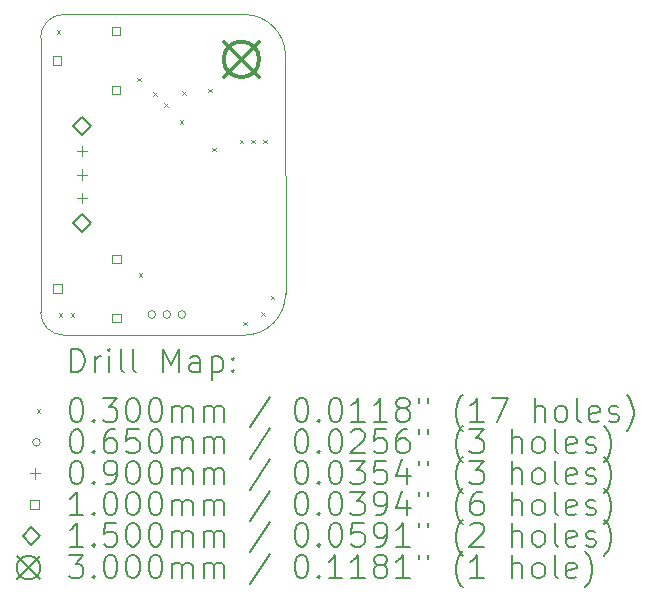
<source format=gbr>
%TF.GenerationSoftware,KiCad,Pcbnew,8.0.1*%
%TF.CreationDate,2024-07-26T02:51:33+08:00*%
%TF.ProjectId,555Sandbox,35353553-616e-4646-926f-782e6b696361,1.0.0*%
%TF.SameCoordinates,Original*%
%TF.FileFunction,Drillmap*%
%TF.FilePolarity,Positive*%
%FSLAX45Y45*%
G04 Gerber Fmt 4.5, Leading zero omitted, Abs format (unit mm)*
G04 Created by KiCad (PCBNEW 8.0.1) date 2024-07-26 02:51:33*
%MOMM*%
%LPD*%
G01*
G04 APERTURE LIST*
%ADD10C,0.050000*%
%ADD11C,0.200000*%
%ADD12C,0.100000*%
%ADD13C,0.150000*%
%ADD14C,0.300000*%
G04 APERTURE END LIST*
D10*
X7690000Y-9405000D02*
G75*
G02*
X7495000Y-9210000I0J195000D01*
G01*
X9569185Y-9054895D02*
G75*
G02*
X9219185Y-9405005I-350005J-105D01*
G01*
X9569185Y-9054895D02*
X9568581Y-7040000D01*
X9218581Y-6690000D02*
G75*
G02*
X9568580Y-7040000I-1J-350000D01*
G01*
X7495000Y-9210000D02*
X7495000Y-6885000D01*
X9219185Y-9405000D02*
X7690000Y-9405000D01*
X7495000Y-6885000D02*
G75*
G02*
X7690000Y-6690000I195000J0D01*
G01*
X7690000Y-6690000D02*
X9218581Y-6690000D01*
D11*
D12*
X7630000Y-6825000D02*
X7660000Y-6855000D01*
X7660000Y-6825000D02*
X7630000Y-6855000D01*
X7650000Y-9220000D02*
X7680000Y-9250000D01*
X7680000Y-9220000D02*
X7650000Y-9250000D01*
X7750000Y-9220000D02*
X7780000Y-9250000D01*
X7780000Y-9220000D02*
X7750000Y-9250000D01*
X8315000Y-7225000D02*
X8345000Y-7255000D01*
X8345000Y-7225000D02*
X8315000Y-7255000D01*
X8325000Y-8880000D02*
X8355000Y-8910000D01*
X8355000Y-8880000D02*
X8325000Y-8910000D01*
X8450000Y-7350000D02*
X8480000Y-7380000D01*
X8480000Y-7350000D02*
X8450000Y-7380000D01*
X8540000Y-7440000D02*
X8570000Y-7470000D01*
X8570000Y-7440000D02*
X8540000Y-7470000D01*
X8675000Y-7585000D02*
X8705000Y-7615000D01*
X8705000Y-7585000D02*
X8675000Y-7615000D01*
X8695000Y-7340000D02*
X8725000Y-7370000D01*
X8725000Y-7340000D02*
X8695000Y-7370000D01*
X8915000Y-7320000D02*
X8945000Y-7350000D01*
X8945000Y-7320000D02*
X8915000Y-7350000D01*
X8950000Y-7820000D02*
X8980000Y-7850000D01*
X8980000Y-7820000D02*
X8950000Y-7850000D01*
X9180000Y-7750000D02*
X9210000Y-7780000D01*
X9210000Y-7750000D02*
X9180000Y-7780000D01*
X9210000Y-9290000D02*
X9240000Y-9320000D01*
X9240000Y-9290000D02*
X9210000Y-9320000D01*
X9280000Y-7750000D02*
X9310000Y-7780000D01*
X9310000Y-7750000D02*
X9280000Y-7780000D01*
X9365000Y-9210000D02*
X9395000Y-9240000D01*
X9395000Y-9210000D02*
X9365000Y-9240000D01*
X9380000Y-7750000D02*
X9410000Y-7780000D01*
X9410000Y-7750000D02*
X9380000Y-7780000D01*
X9445000Y-9070000D02*
X9475000Y-9100000D01*
X9475000Y-9070000D02*
X9445000Y-9100000D01*
X8470000Y-9230000D02*
G75*
G02*
X8405000Y-9230000I-32500J0D01*
G01*
X8405000Y-9230000D02*
G75*
G02*
X8470000Y-9230000I32500J0D01*
G01*
X8597000Y-9230000D02*
G75*
G02*
X8532000Y-9230000I-32500J0D01*
G01*
X8532000Y-9230000D02*
G75*
G02*
X8597000Y-9230000I32500J0D01*
G01*
X8724000Y-9230000D02*
G75*
G02*
X8659000Y-9230000I-32500J0D01*
G01*
X8659000Y-9230000D02*
G75*
G02*
X8724000Y-9230000I32500J0D01*
G01*
X7845000Y-7800000D02*
X7845000Y-7890000D01*
X7800000Y-7845000D02*
X7890000Y-7845000D01*
X7845000Y-8000000D02*
X7845000Y-8090000D01*
X7800000Y-8045000D02*
X7890000Y-8045000D01*
X7845000Y-8200000D02*
X7845000Y-8290000D01*
X7800000Y-8245000D02*
X7890000Y-8245000D01*
X7670356Y-7115356D02*
X7670356Y-7044644D01*
X7599644Y-7044644D01*
X7599644Y-7115356D01*
X7670356Y-7115356D01*
X7674356Y-9045356D02*
X7674356Y-8974644D01*
X7603644Y-8974644D01*
X7603644Y-9045356D01*
X7674356Y-9045356D01*
X8170356Y-6865356D02*
X8170356Y-6794644D01*
X8099644Y-6794644D01*
X8099644Y-6865356D01*
X8170356Y-6865356D01*
X8170356Y-7365356D02*
X8170356Y-7294644D01*
X8099644Y-7294644D01*
X8099644Y-7365356D01*
X8170356Y-7365356D01*
X8174356Y-8795356D02*
X8174356Y-8724644D01*
X8103644Y-8724644D01*
X8103644Y-8795356D01*
X8174356Y-8795356D01*
X8174356Y-9295356D02*
X8174356Y-9224644D01*
X8103644Y-9224644D01*
X8103644Y-9295356D01*
X8174356Y-9295356D01*
D13*
X7845000Y-7710000D02*
X7920000Y-7635000D01*
X7845000Y-7560000D01*
X7770000Y-7635000D01*
X7845000Y-7710000D01*
X7845000Y-8530000D02*
X7920000Y-8455000D01*
X7845000Y-8380000D01*
X7770000Y-8455000D01*
X7845000Y-8530000D01*
D14*
X9045000Y-6920000D02*
X9345000Y-7220000D01*
X9345000Y-6920000D02*
X9045000Y-7220000D01*
X9345000Y-7070000D02*
G75*
G02*
X9045000Y-7070000I-150000J0D01*
G01*
X9045000Y-7070000D02*
G75*
G02*
X9345000Y-7070000I150000J0D01*
G01*
D11*
X7753277Y-9718984D02*
X7753277Y-9518984D01*
X7753277Y-9518984D02*
X7800896Y-9518984D01*
X7800896Y-9518984D02*
X7829467Y-9528508D01*
X7829467Y-9528508D02*
X7848515Y-9547555D01*
X7848515Y-9547555D02*
X7858039Y-9566603D01*
X7858039Y-9566603D02*
X7867562Y-9604698D01*
X7867562Y-9604698D02*
X7867562Y-9633270D01*
X7867562Y-9633270D02*
X7858039Y-9671365D01*
X7858039Y-9671365D02*
X7848515Y-9690412D01*
X7848515Y-9690412D02*
X7829467Y-9709460D01*
X7829467Y-9709460D02*
X7800896Y-9718984D01*
X7800896Y-9718984D02*
X7753277Y-9718984D01*
X7953277Y-9718984D02*
X7953277Y-9585650D01*
X7953277Y-9623746D02*
X7962801Y-9604698D01*
X7962801Y-9604698D02*
X7972324Y-9595174D01*
X7972324Y-9595174D02*
X7991372Y-9585650D01*
X7991372Y-9585650D02*
X8010420Y-9585650D01*
X8077086Y-9718984D02*
X8077086Y-9585650D01*
X8077086Y-9518984D02*
X8067562Y-9528508D01*
X8067562Y-9528508D02*
X8077086Y-9538031D01*
X8077086Y-9538031D02*
X8086610Y-9528508D01*
X8086610Y-9528508D02*
X8077086Y-9518984D01*
X8077086Y-9518984D02*
X8077086Y-9538031D01*
X8200896Y-9718984D02*
X8181848Y-9709460D01*
X8181848Y-9709460D02*
X8172324Y-9690412D01*
X8172324Y-9690412D02*
X8172324Y-9518984D01*
X8305658Y-9718984D02*
X8286610Y-9709460D01*
X8286610Y-9709460D02*
X8277086Y-9690412D01*
X8277086Y-9690412D02*
X8277086Y-9518984D01*
X8534229Y-9718984D02*
X8534229Y-9518984D01*
X8534229Y-9518984D02*
X8600896Y-9661841D01*
X8600896Y-9661841D02*
X8667563Y-9518984D01*
X8667563Y-9518984D02*
X8667563Y-9718984D01*
X8848515Y-9718984D02*
X8848515Y-9614222D01*
X8848515Y-9614222D02*
X8838991Y-9595174D01*
X8838991Y-9595174D02*
X8819944Y-9585650D01*
X8819944Y-9585650D02*
X8781848Y-9585650D01*
X8781848Y-9585650D02*
X8762801Y-9595174D01*
X8848515Y-9709460D02*
X8829467Y-9718984D01*
X8829467Y-9718984D02*
X8781848Y-9718984D01*
X8781848Y-9718984D02*
X8762801Y-9709460D01*
X8762801Y-9709460D02*
X8753277Y-9690412D01*
X8753277Y-9690412D02*
X8753277Y-9671365D01*
X8753277Y-9671365D02*
X8762801Y-9652317D01*
X8762801Y-9652317D02*
X8781848Y-9642793D01*
X8781848Y-9642793D02*
X8829467Y-9642793D01*
X8829467Y-9642793D02*
X8848515Y-9633270D01*
X8943753Y-9585650D02*
X8943753Y-9785650D01*
X8943753Y-9595174D02*
X8962801Y-9585650D01*
X8962801Y-9585650D02*
X9000896Y-9585650D01*
X9000896Y-9585650D02*
X9019944Y-9595174D01*
X9019944Y-9595174D02*
X9029467Y-9604698D01*
X9029467Y-9604698D02*
X9038991Y-9623746D01*
X9038991Y-9623746D02*
X9038991Y-9680889D01*
X9038991Y-9680889D02*
X9029467Y-9699936D01*
X9029467Y-9699936D02*
X9019944Y-9709460D01*
X9019944Y-9709460D02*
X9000896Y-9718984D01*
X9000896Y-9718984D02*
X8962801Y-9718984D01*
X8962801Y-9718984D02*
X8943753Y-9709460D01*
X9124705Y-9699936D02*
X9134229Y-9709460D01*
X9134229Y-9709460D02*
X9124705Y-9718984D01*
X9124705Y-9718984D02*
X9115182Y-9709460D01*
X9115182Y-9709460D02*
X9124705Y-9699936D01*
X9124705Y-9699936D02*
X9124705Y-9718984D01*
X9124705Y-9595174D02*
X9134229Y-9604698D01*
X9134229Y-9604698D02*
X9124705Y-9614222D01*
X9124705Y-9614222D02*
X9115182Y-9604698D01*
X9115182Y-9604698D02*
X9124705Y-9595174D01*
X9124705Y-9595174D02*
X9124705Y-9614222D01*
D12*
X7462500Y-10032500D02*
X7492500Y-10062500D01*
X7492500Y-10032500D02*
X7462500Y-10062500D01*
D11*
X7791372Y-9938984D02*
X7810420Y-9938984D01*
X7810420Y-9938984D02*
X7829467Y-9948508D01*
X7829467Y-9948508D02*
X7838991Y-9958031D01*
X7838991Y-9958031D02*
X7848515Y-9977079D01*
X7848515Y-9977079D02*
X7858039Y-10015174D01*
X7858039Y-10015174D02*
X7858039Y-10062793D01*
X7858039Y-10062793D02*
X7848515Y-10100889D01*
X7848515Y-10100889D02*
X7838991Y-10119936D01*
X7838991Y-10119936D02*
X7829467Y-10129460D01*
X7829467Y-10129460D02*
X7810420Y-10138984D01*
X7810420Y-10138984D02*
X7791372Y-10138984D01*
X7791372Y-10138984D02*
X7772324Y-10129460D01*
X7772324Y-10129460D02*
X7762801Y-10119936D01*
X7762801Y-10119936D02*
X7753277Y-10100889D01*
X7753277Y-10100889D02*
X7743753Y-10062793D01*
X7743753Y-10062793D02*
X7743753Y-10015174D01*
X7743753Y-10015174D02*
X7753277Y-9977079D01*
X7753277Y-9977079D02*
X7762801Y-9958031D01*
X7762801Y-9958031D02*
X7772324Y-9948508D01*
X7772324Y-9948508D02*
X7791372Y-9938984D01*
X7943753Y-10119936D02*
X7953277Y-10129460D01*
X7953277Y-10129460D02*
X7943753Y-10138984D01*
X7943753Y-10138984D02*
X7934229Y-10129460D01*
X7934229Y-10129460D02*
X7943753Y-10119936D01*
X7943753Y-10119936D02*
X7943753Y-10138984D01*
X8019943Y-9938984D02*
X8143753Y-9938984D01*
X8143753Y-9938984D02*
X8077086Y-10015174D01*
X8077086Y-10015174D02*
X8105658Y-10015174D01*
X8105658Y-10015174D02*
X8124705Y-10024698D01*
X8124705Y-10024698D02*
X8134229Y-10034222D01*
X8134229Y-10034222D02*
X8143753Y-10053270D01*
X8143753Y-10053270D02*
X8143753Y-10100889D01*
X8143753Y-10100889D02*
X8134229Y-10119936D01*
X8134229Y-10119936D02*
X8124705Y-10129460D01*
X8124705Y-10129460D02*
X8105658Y-10138984D01*
X8105658Y-10138984D02*
X8048515Y-10138984D01*
X8048515Y-10138984D02*
X8029467Y-10129460D01*
X8029467Y-10129460D02*
X8019943Y-10119936D01*
X8267562Y-9938984D02*
X8286610Y-9938984D01*
X8286610Y-9938984D02*
X8305658Y-9948508D01*
X8305658Y-9948508D02*
X8315182Y-9958031D01*
X8315182Y-9958031D02*
X8324705Y-9977079D01*
X8324705Y-9977079D02*
X8334229Y-10015174D01*
X8334229Y-10015174D02*
X8334229Y-10062793D01*
X8334229Y-10062793D02*
X8324705Y-10100889D01*
X8324705Y-10100889D02*
X8315182Y-10119936D01*
X8315182Y-10119936D02*
X8305658Y-10129460D01*
X8305658Y-10129460D02*
X8286610Y-10138984D01*
X8286610Y-10138984D02*
X8267562Y-10138984D01*
X8267562Y-10138984D02*
X8248515Y-10129460D01*
X8248515Y-10129460D02*
X8238991Y-10119936D01*
X8238991Y-10119936D02*
X8229467Y-10100889D01*
X8229467Y-10100889D02*
X8219943Y-10062793D01*
X8219943Y-10062793D02*
X8219943Y-10015174D01*
X8219943Y-10015174D02*
X8229467Y-9977079D01*
X8229467Y-9977079D02*
X8238991Y-9958031D01*
X8238991Y-9958031D02*
X8248515Y-9948508D01*
X8248515Y-9948508D02*
X8267562Y-9938984D01*
X8458039Y-9938984D02*
X8477086Y-9938984D01*
X8477086Y-9938984D02*
X8496134Y-9948508D01*
X8496134Y-9948508D02*
X8505658Y-9958031D01*
X8505658Y-9958031D02*
X8515182Y-9977079D01*
X8515182Y-9977079D02*
X8524705Y-10015174D01*
X8524705Y-10015174D02*
X8524705Y-10062793D01*
X8524705Y-10062793D02*
X8515182Y-10100889D01*
X8515182Y-10100889D02*
X8505658Y-10119936D01*
X8505658Y-10119936D02*
X8496134Y-10129460D01*
X8496134Y-10129460D02*
X8477086Y-10138984D01*
X8477086Y-10138984D02*
X8458039Y-10138984D01*
X8458039Y-10138984D02*
X8438991Y-10129460D01*
X8438991Y-10129460D02*
X8429467Y-10119936D01*
X8429467Y-10119936D02*
X8419944Y-10100889D01*
X8419944Y-10100889D02*
X8410420Y-10062793D01*
X8410420Y-10062793D02*
X8410420Y-10015174D01*
X8410420Y-10015174D02*
X8419944Y-9977079D01*
X8419944Y-9977079D02*
X8429467Y-9958031D01*
X8429467Y-9958031D02*
X8438991Y-9948508D01*
X8438991Y-9948508D02*
X8458039Y-9938984D01*
X8610420Y-10138984D02*
X8610420Y-10005650D01*
X8610420Y-10024698D02*
X8619944Y-10015174D01*
X8619944Y-10015174D02*
X8638991Y-10005650D01*
X8638991Y-10005650D02*
X8667563Y-10005650D01*
X8667563Y-10005650D02*
X8686610Y-10015174D01*
X8686610Y-10015174D02*
X8696134Y-10034222D01*
X8696134Y-10034222D02*
X8696134Y-10138984D01*
X8696134Y-10034222D02*
X8705658Y-10015174D01*
X8705658Y-10015174D02*
X8724705Y-10005650D01*
X8724705Y-10005650D02*
X8753277Y-10005650D01*
X8753277Y-10005650D02*
X8772325Y-10015174D01*
X8772325Y-10015174D02*
X8781848Y-10034222D01*
X8781848Y-10034222D02*
X8781848Y-10138984D01*
X8877086Y-10138984D02*
X8877086Y-10005650D01*
X8877086Y-10024698D02*
X8886610Y-10015174D01*
X8886610Y-10015174D02*
X8905658Y-10005650D01*
X8905658Y-10005650D02*
X8934229Y-10005650D01*
X8934229Y-10005650D02*
X8953277Y-10015174D01*
X8953277Y-10015174D02*
X8962801Y-10034222D01*
X8962801Y-10034222D02*
X8962801Y-10138984D01*
X8962801Y-10034222D02*
X8972325Y-10015174D01*
X8972325Y-10015174D02*
X8991372Y-10005650D01*
X8991372Y-10005650D02*
X9019944Y-10005650D01*
X9019944Y-10005650D02*
X9038991Y-10015174D01*
X9038991Y-10015174D02*
X9048515Y-10034222D01*
X9048515Y-10034222D02*
X9048515Y-10138984D01*
X9438991Y-9929460D02*
X9267563Y-10186603D01*
X9696134Y-9938984D02*
X9715182Y-9938984D01*
X9715182Y-9938984D02*
X9734229Y-9948508D01*
X9734229Y-9948508D02*
X9743753Y-9958031D01*
X9743753Y-9958031D02*
X9753277Y-9977079D01*
X9753277Y-9977079D02*
X9762801Y-10015174D01*
X9762801Y-10015174D02*
X9762801Y-10062793D01*
X9762801Y-10062793D02*
X9753277Y-10100889D01*
X9753277Y-10100889D02*
X9743753Y-10119936D01*
X9743753Y-10119936D02*
X9734229Y-10129460D01*
X9734229Y-10129460D02*
X9715182Y-10138984D01*
X9715182Y-10138984D02*
X9696134Y-10138984D01*
X9696134Y-10138984D02*
X9677087Y-10129460D01*
X9677087Y-10129460D02*
X9667563Y-10119936D01*
X9667563Y-10119936D02*
X9658039Y-10100889D01*
X9658039Y-10100889D02*
X9648515Y-10062793D01*
X9648515Y-10062793D02*
X9648515Y-10015174D01*
X9648515Y-10015174D02*
X9658039Y-9977079D01*
X9658039Y-9977079D02*
X9667563Y-9958031D01*
X9667563Y-9958031D02*
X9677087Y-9948508D01*
X9677087Y-9948508D02*
X9696134Y-9938984D01*
X9848515Y-10119936D02*
X9858039Y-10129460D01*
X9858039Y-10129460D02*
X9848515Y-10138984D01*
X9848515Y-10138984D02*
X9838991Y-10129460D01*
X9838991Y-10129460D02*
X9848515Y-10119936D01*
X9848515Y-10119936D02*
X9848515Y-10138984D01*
X9981848Y-9938984D02*
X10000896Y-9938984D01*
X10000896Y-9938984D02*
X10019944Y-9948508D01*
X10019944Y-9948508D02*
X10029468Y-9958031D01*
X10029468Y-9958031D02*
X10038991Y-9977079D01*
X10038991Y-9977079D02*
X10048515Y-10015174D01*
X10048515Y-10015174D02*
X10048515Y-10062793D01*
X10048515Y-10062793D02*
X10038991Y-10100889D01*
X10038991Y-10100889D02*
X10029468Y-10119936D01*
X10029468Y-10119936D02*
X10019944Y-10129460D01*
X10019944Y-10129460D02*
X10000896Y-10138984D01*
X10000896Y-10138984D02*
X9981848Y-10138984D01*
X9981848Y-10138984D02*
X9962801Y-10129460D01*
X9962801Y-10129460D02*
X9953277Y-10119936D01*
X9953277Y-10119936D02*
X9943753Y-10100889D01*
X9943753Y-10100889D02*
X9934229Y-10062793D01*
X9934229Y-10062793D02*
X9934229Y-10015174D01*
X9934229Y-10015174D02*
X9943753Y-9977079D01*
X9943753Y-9977079D02*
X9953277Y-9958031D01*
X9953277Y-9958031D02*
X9962801Y-9948508D01*
X9962801Y-9948508D02*
X9981848Y-9938984D01*
X10238991Y-10138984D02*
X10124706Y-10138984D01*
X10181848Y-10138984D02*
X10181848Y-9938984D01*
X10181848Y-9938984D02*
X10162801Y-9967555D01*
X10162801Y-9967555D02*
X10143753Y-9986603D01*
X10143753Y-9986603D02*
X10124706Y-9996127D01*
X10429468Y-10138984D02*
X10315182Y-10138984D01*
X10372325Y-10138984D02*
X10372325Y-9938984D01*
X10372325Y-9938984D02*
X10353277Y-9967555D01*
X10353277Y-9967555D02*
X10334229Y-9986603D01*
X10334229Y-9986603D02*
X10315182Y-9996127D01*
X10543753Y-10024698D02*
X10524706Y-10015174D01*
X10524706Y-10015174D02*
X10515182Y-10005650D01*
X10515182Y-10005650D02*
X10505658Y-9986603D01*
X10505658Y-9986603D02*
X10505658Y-9977079D01*
X10505658Y-9977079D02*
X10515182Y-9958031D01*
X10515182Y-9958031D02*
X10524706Y-9948508D01*
X10524706Y-9948508D02*
X10543753Y-9938984D01*
X10543753Y-9938984D02*
X10581849Y-9938984D01*
X10581849Y-9938984D02*
X10600896Y-9948508D01*
X10600896Y-9948508D02*
X10610420Y-9958031D01*
X10610420Y-9958031D02*
X10619944Y-9977079D01*
X10619944Y-9977079D02*
X10619944Y-9986603D01*
X10619944Y-9986603D02*
X10610420Y-10005650D01*
X10610420Y-10005650D02*
X10600896Y-10015174D01*
X10600896Y-10015174D02*
X10581849Y-10024698D01*
X10581849Y-10024698D02*
X10543753Y-10024698D01*
X10543753Y-10024698D02*
X10524706Y-10034222D01*
X10524706Y-10034222D02*
X10515182Y-10043746D01*
X10515182Y-10043746D02*
X10505658Y-10062793D01*
X10505658Y-10062793D02*
X10505658Y-10100889D01*
X10505658Y-10100889D02*
X10515182Y-10119936D01*
X10515182Y-10119936D02*
X10524706Y-10129460D01*
X10524706Y-10129460D02*
X10543753Y-10138984D01*
X10543753Y-10138984D02*
X10581849Y-10138984D01*
X10581849Y-10138984D02*
X10600896Y-10129460D01*
X10600896Y-10129460D02*
X10610420Y-10119936D01*
X10610420Y-10119936D02*
X10619944Y-10100889D01*
X10619944Y-10100889D02*
X10619944Y-10062793D01*
X10619944Y-10062793D02*
X10610420Y-10043746D01*
X10610420Y-10043746D02*
X10600896Y-10034222D01*
X10600896Y-10034222D02*
X10581849Y-10024698D01*
X10696134Y-9938984D02*
X10696134Y-9977079D01*
X10772325Y-9938984D02*
X10772325Y-9977079D01*
X11067563Y-10215174D02*
X11058039Y-10205650D01*
X11058039Y-10205650D02*
X11038991Y-10177079D01*
X11038991Y-10177079D02*
X11029468Y-10158031D01*
X11029468Y-10158031D02*
X11019944Y-10129460D01*
X11019944Y-10129460D02*
X11010420Y-10081841D01*
X11010420Y-10081841D02*
X11010420Y-10043746D01*
X11010420Y-10043746D02*
X11019944Y-9996127D01*
X11019944Y-9996127D02*
X11029468Y-9967555D01*
X11029468Y-9967555D02*
X11038991Y-9948508D01*
X11038991Y-9948508D02*
X11058039Y-9919936D01*
X11058039Y-9919936D02*
X11067563Y-9910412D01*
X11248515Y-10138984D02*
X11134230Y-10138984D01*
X11191372Y-10138984D02*
X11191372Y-9938984D01*
X11191372Y-9938984D02*
X11172325Y-9967555D01*
X11172325Y-9967555D02*
X11153277Y-9986603D01*
X11153277Y-9986603D02*
X11134230Y-9996127D01*
X11315182Y-9938984D02*
X11448515Y-9938984D01*
X11448515Y-9938984D02*
X11362801Y-10138984D01*
X11677087Y-10138984D02*
X11677087Y-9938984D01*
X11762801Y-10138984D02*
X11762801Y-10034222D01*
X11762801Y-10034222D02*
X11753277Y-10015174D01*
X11753277Y-10015174D02*
X11734230Y-10005650D01*
X11734230Y-10005650D02*
X11705658Y-10005650D01*
X11705658Y-10005650D02*
X11686610Y-10015174D01*
X11686610Y-10015174D02*
X11677087Y-10024698D01*
X11886610Y-10138984D02*
X11867563Y-10129460D01*
X11867563Y-10129460D02*
X11858039Y-10119936D01*
X11858039Y-10119936D02*
X11848515Y-10100889D01*
X11848515Y-10100889D02*
X11848515Y-10043746D01*
X11848515Y-10043746D02*
X11858039Y-10024698D01*
X11858039Y-10024698D02*
X11867563Y-10015174D01*
X11867563Y-10015174D02*
X11886610Y-10005650D01*
X11886610Y-10005650D02*
X11915182Y-10005650D01*
X11915182Y-10005650D02*
X11934230Y-10015174D01*
X11934230Y-10015174D02*
X11943753Y-10024698D01*
X11943753Y-10024698D02*
X11953277Y-10043746D01*
X11953277Y-10043746D02*
X11953277Y-10100889D01*
X11953277Y-10100889D02*
X11943753Y-10119936D01*
X11943753Y-10119936D02*
X11934230Y-10129460D01*
X11934230Y-10129460D02*
X11915182Y-10138984D01*
X11915182Y-10138984D02*
X11886610Y-10138984D01*
X12067563Y-10138984D02*
X12048515Y-10129460D01*
X12048515Y-10129460D02*
X12038991Y-10110412D01*
X12038991Y-10110412D02*
X12038991Y-9938984D01*
X12219944Y-10129460D02*
X12200896Y-10138984D01*
X12200896Y-10138984D02*
X12162801Y-10138984D01*
X12162801Y-10138984D02*
X12143753Y-10129460D01*
X12143753Y-10129460D02*
X12134230Y-10110412D01*
X12134230Y-10110412D02*
X12134230Y-10034222D01*
X12134230Y-10034222D02*
X12143753Y-10015174D01*
X12143753Y-10015174D02*
X12162801Y-10005650D01*
X12162801Y-10005650D02*
X12200896Y-10005650D01*
X12200896Y-10005650D02*
X12219944Y-10015174D01*
X12219944Y-10015174D02*
X12229468Y-10034222D01*
X12229468Y-10034222D02*
X12229468Y-10053270D01*
X12229468Y-10053270D02*
X12134230Y-10072317D01*
X12305658Y-10129460D02*
X12324706Y-10138984D01*
X12324706Y-10138984D02*
X12362801Y-10138984D01*
X12362801Y-10138984D02*
X12381849Y-10129460D01*
X12381849Y-10129460D02*
X12391372Y-10110412D01*
X12391372Y-10110412D02*
X12391372Y-10100889D01*
X12391372Y-10100889D02*
X12381849Y-10081841D01*
X12381849Y-10081841D02*
X12362801Y-10072317D01*
X12362801Y-10072317D02*
X12334230Y-10072317D01*
X12334230Y-10072317D02*
X12315182Y-10062793D01*
X12315182Y-10062793D02*
X12305658Y-10043746D01*
X12305658Y-10043746D02*
X12305658Y-10034222D01*
X12305658Y-10034222D02*
X12315182Y-10015174D01*
X12315182Y-10015174D02*
X12334230Y-10005650D01*
X12334230Y-10005650D02*
X12362801Y-10005650D01*
X12362801Y-10005650D02*
X12381849Y-10015174D01*
X12458039Y-10215174D02*
X12467563Y-10205650D01*
X12467563Y-10205650D02*
X12486611Y-10177079D01*
X12486611Y-10177079D02*
X12496134Y-10158031D01*
X12496134Y-10158031D02*
X12505658Y-10129460D01*
X12505658Y-10129460D02*
X12515182Y-10081841D01*
X12515182Y-10081841D02*
X12515182Y-10043746D01*
X12515182Y-10043746D02*
X12505658Y-9996127D01*
X12505658Y-9996127D02*
X12496134Y-9967555D01*
X12496134Y-9967555D02*
X12486611Y-9948508D01*
X12486611Y-9948508D02*
X12467563Y-9919936D01*
X12467563Y-9919936D02*
X12458039Y-9910412D01*
D12*
X7492500Y-10311500D02*
G75*
G02*
X7427500Y-10311500I-32500J0D01*
G01*
X7427500Y-10311500D02*
G75*
G02*
X7492500Y-10311500I32500J0D01*
G01*
D11*
X7791372Y-10202984D02*
X7810420Y-10202984D01*
X7810420Y-10202984D02*
X7829467Y-10212508D01*
X7829467Y-10212508D02*
X7838991Y-10222031D01*
X7838991Y-10222031D02*
X7848515Y-10241079D01*
X7848515Y-10241079D02*
X7858039Y-10279174D01*
X7858039Y-10279174D02*
X7858039Y-10326793D01*
X7858039Y-10326793D02*
X7848515Y-10364889D01*
X7848515Y-10364889D02*
X7838991Y-10383936D01*
X7838991Y-10383936D02*
X7829467Y-10393460D01*
X7829467Y-10393460D02*
X7810420Y-10402984D01*
X7810420Y-10402984D02*
X7791372Y-10402984D01*
X7791372Y-10402984D02*
X7772324Y-10393460D01*
X7772324Y-10393460D02*
X7762801Y-10383936D01*
X7762801Y-10383936D02*
X7753277Y-10364889D01*
X7753277Y-10364889D02*
X7743753Y-10326793D01*
X7743753Y-10326793D02*
X7743753Y-10279174D01*
X7743753Y-10279174D02*
X7753277Y-10241079D01*
X7753277Y-10241079D02*
X7762801Y-10222031D01*
X7762801Y-10222031D02*
X7772324Y-10212508D01*
X7772324Y-10212508D02*
X7791372Y-10202984D01*
X7943753Y-10383936D02*
X7953277Y-10393460D01*
X7953277Y-10393460D02*
X7943753Y-10402984D01*
X7943753Y-10402984D02*
X7934229Y-10393460D01*
X7934229Y-10393460D02*
X7943753Y-10383936D01*
X7943753Y-10383936D02*
X7943753Y-10402984D01*
X8124705Y-10202984D02*
X8086610Y-10202984D01*
X8086610Y-10202984D02*
X8067562Y-10212508D01*
X8067562Y-10212508D02*
X8058039Y-10222031D01*
X8058039Y-10222031D02*
X8038991Y-10250603D01*
X8038991Y-10250603D02*
X8029467Y-10288698D01*
X8029467Y-10288698D02*
X8029467Y-10364889D01*
X8029467Y-10364889D02*
X8038991Y-10383936D01*
X8038991Y-10383936D02*
X8048515Y-10393460D01*
X8048515Y-10393460D02*
X8067562Y-10402984D01*
X8067562Y-10402984D02*
X8105658Y-10402984D01*
X8105658Y-10402984D02*
X8124705Y-10393460D01*
X8124705Y-10393460D02*
X8134229Y-10383936D01*
X8134229Y-10383936D02*
X8143753Y-10364889D01*
X8143753Y-10364889D02*
X8143753Y-10317270D01*
X8143753Y-10317270D02*
X8134229Y-10298222D01*
X8134229Y-10298222D02*
X8124705Y-10288698D01*
X8124705Y-10288698D02*
X8105658Y-10279174D01*
X8105658Y-10279174D02*
X8067562Y-10279174D01*
X8067562Y-10279174D02*
X8048515Y-10288698D01*
X8048515Y-10288698D02*
X8038991Y-10298222D01*
X8038991Y-10298222D02*
X8029467Y-10317270D01*
X8324705Y-10202984D02*
X8229467Y-10202984D01*
X8229467Y-10202984D02*
X8219943Y-10298222D01*
X8219943Y-10298222D02*
X8229467Y-10288698D01*
X8229467Y-10288698D02*
X8248515Y-10279174D01*
X8248515Y-10279174D02*
X8296134Y-10279174D01*
X8296134Y-10279174D02*
X8315182Y-10288698D01*
X8315182Y-10288698D02*
X8324705Y-10298222D01*
X8324705Y-10298222D02*
X8334229Y-10317270D01*
X8334229Y-10317270D02*
X8334229Y-10364889D01*
X8334229Y-10364889D02*
X8324705Y-10383936D01*
X8324705Y-10383936D02*
X8315182Y-10393460D01*
X8315182Y-10393460D02*
X8296134Y-10402984D01*
X8296134Y-10402984D02*
X8248515Y-10402984D01*
X8248515Y-10402984D02*
X8229467Y-10393460D01*
X8229467Y-10393460D02*
X8219943Y-10383936D01*
X8458039Y-10202984D02*
X8477086Y-10202984D01*
X8477086Y-10202984D02*
X8496134Y-10212508D01*
X8496134Y-10212508D02*
X8505658Y-10222031D01*
X8505658Y-10222031D02*
X8515182Y-10241079D01*
X8515182Y-10241079D02*
X8524705Y-10279174D01*
X8524705Y-10279174D02*
X8524705Y-10326793D01*
X8524705Y-10326793D02*
X8515182Y-10364889D01*
X8515182Y-10364889D02*
X8505658Y-10383936D01*
X8505658Y-10383936D02*
X8496134Y-10393460D01*
X8496134Y-10393460D02*
X8477086Y-10402984D01*
X8477086Y-10402984D02*
X8458039Y-10402984D01*
X8458039Y-10402984D02*
X8438991Y-10393460D01*
X8438991Y-10393460D02*
X8429467Y-10383936D01*
X8429467Y-10383936D02*
X8419944Y-10364889D01*
X8419944Y-10364889D02*
X8410420Y-10326793D01*
X8410420Y-10326793D02*
X8410420Y-10279174D01*
X8410420Y-10279174D02*
X8419944Y-10241079D01*
X8419944Y-10241079D02*
X8429467Y-10222031D01*
X8429467Y-10222031D02*
X8438991Y-10212508D01*
X8438991Y-10212508D02*
X8458039Y-10202984D01*
X8610420Y-10402984D02*
X8610420Y-10269650D01*
X8610420Y-10288698D02*
X8619944Y-10279174D01*
X8619944Y-10279174D02*
X8638991Y-10269650D01*
X8638991Y-10269650D02*
X8667563Y-10269650D01*
X8667563Y-10269650D02*
X8686610Y-10279174D01*
X8686610Y-10279174D02*
X8696134Y-10298222D01*
X8696134Y-10298222D02*
X8696134Y-10402984D01*
X8696134Y-10298222D02*
X8705658Y-10279174D01*
X8705658Y-10279174D02*
X8724705Y-10269650D01*
X8724705Y-10269650D02*
X8753277Y-10269650D01*
X8753277Y-10269650D02*
X8772325Y-10279174D01*
X8772325Y-10279174D02*
X8781848Y-10298222D01*
X8781848Y-10298222D02*
X8781848Y-10402984D01*
X8877086Y-10402984D02*
X8877086Y-10269650D01*
X8877086Y-10288698D02*
X8886610Y-10279174D01*
X8886610Y-10279174D02*
X8905658Y-10269650D01*
X8905658Y-10269650D02*
X8934229Y-10269650D01*
X8934229Y-10269650D02*
X8953277Y-10279174D01*
X8953277Y-10279174D02*
X8962801Y-10298222D01*
X8962801Y-10298222D02*
X8962801Y-10402984D01*
X8962801Y-10298222D02*
X8972325Y-10279174D01*
X8972325Y-10279174D02*
X8991372Y-10269650D01*
X8991372Y-10269650D02*
X9019944Y-10269650D01*
X9019944Y-10269650D02*
X9038991Y-10279174D01*
X9038991Y-10279174D02*
X9048515Y-10298222D01*
X9048515Y-10298222D02*
X9048515Y-10402984D01*
X9438991Y-10193460D02*
X9267563Y-10450603D01*
X9696134Y-10202984D02*
X9715182Y-10202984D01*
X9715182Y-10202984D02*
X9734229Y-10212508D01*
X9734229Y-10212508D02*
X9743753Y-10222031D01*
X9743753Y-10222031D02*
X9753277Y-10241079D01*
X9753277Y-10241079D02*
X9762801Y-10279174D01*
X9762801Y-10279174D02*
X9762801Y-10326793D01*
X9762801Y-10326793D02*
X9753277Y-10364889D01*
X9753277Y-10364889D02*
X9743753Y-10383936D01*
X9743753Y-10383936D02*
X9734229Y-10393460D01*
X9734229Y-10393460D02*
X9715182Y-10402984D01*
X9715182Y-10402984D02*
X9696134Y-10402984D01*
X9696134Y-10402984D02*
X9677087Y-10393460D01*
X9677087Y-10393460D02*
X9667563Y-10383936D01*
X9667563Y-10383936D02*
X9658039Y-10364889D01*
X9658039Y-10364889D02*
X9648515Y-10326793D01*
X9648515Y-10326793D02*
X9648515Y-10279174D01*
X9648515Y-10279174D02*
X9658039Y-10241079D01*
X9658039Y-10241079D02*
X9667563Y-10222031D01*
X9667563Y-10222031D02*
X9677087Y-10212508D01*
X9677087Y-10212508D02*
X9696134Y-10202984D01*
X9848515Y-10383936D02*
X9858039Y-10393460D01*
X9858039Y-10393460D02*
X9848515Y-10402984D01*
X9848515Y-10402984D02*
X9838991Y-10393460D01*
X9838991Y-10393460D02*
X9848515Y-10383936D01*
X9848515Y-10383936D02*
X9848515Y-10402984D01*
X9981848Y-10202984D02*
X10000896Y-10202984D01*
X10000896Y-10202984D02*
X10019944Y-10212508D01*
X10019944Y-10212508D02*
X10029468Y-10222031D01*
X10029468Y-10222031D02*
X10038991Y-10241079D01*
X10038991Y-10241079D02*
X10048515Y-10279174D01*
X10048515Y-10279174D02*
X10048515Y-10326793D01*
X10048515Y-10326793D02*
X10038991Y-10364889D01*
X10038991Y-10364889D02*
X10029468Y-10383936D01*
X10029468Y-10383936D02*
X10019944Y-10393460D01*
X10019944Y-10393460D02*
X10000896Y-10402984D01*
X10000896Y-10402984D02*
X9981848Y-10402984D01*
X9981848Y-10402984D02*
X9962801Y-10393460D01*
X9962801Y-10393460D02*
X9953277Y-10383936D01*
X9953277Y-10383936D02*
X9943753Y-10364889D01*
X9943753Y-10364889D02*
X9934229Y-10326793D01*
X9934229Y-10326793D02*
X9934229Y-10279174D01*
X9934229Y-10279174D02*
X9943753Y-10241079D01*
X9943753Y-10241079D02*
X9953277Y-10222031D01*
X9953277Y-10222031D02*
X9962801Y-10212508D01*
X9962801Y-10212508D02*
X9981848Y-10202984D01*
X10124706Y-10222031D02*
X10134229Y-10212508D01*
X10134229Y-10212508D02*
X10153277Y-10202984D01*
X10153277Y-10202984D02*
X10200896Y-10202984D01*
X10200896Y-10202984D02*
X10219944Y-10212508D01*
X10219944Y-10212508D02*
X10229468Y-10222031D01*
X10229468Y-10222031D02*
X10238991Y-10241079D01*
X10238991Y-10241079D02*
X10238991Y-10260127D01*
X10238991Y-10260127D02*
X10229468Y-10288698D01*
X10229468Y-10288698D02*
X10115182Y-10402984D01*
X10115182Y-10402984D02*
X10238991Y-10402984D01*
X10419944Y-10202984D02*
X10324706Y-10202984D01*
X10324706Y-10202984D02*
X10315182Y-10298222D01*
X10315182Y-10298222D02*
X10324706Y-10288698D01*
X10324706Y-10288698D02*
X10343753Y-10279174D01*
X10343753Y-10279174D02*
X10391372Y-10279174D01*
X10391372Y-10279174D02*
X10410420Y-10288698D01*
X10410420Y-10288698D02*
X10419944Y-10298222D01*
X10419944Y-10298222D02*
X10429468Y-10317270D01*
X10429468Y-10317270D02*
X10429468Y-10364889D01*
X10429468Y-10364889D02*
X10419944Y-10383936D01*
X10419944Y-10383936D02*
X10410420Y-10393460D01*
X10410420Y-10393460D02*
X10391372Y-10402984D01*
X10391372Y-10402984D02*
X10343753Y-10402984D01*
X10343753Y-10402984D02*
X10324706Y-10393460D01*
X10324706Y-10393460D02*
X10315182Y-10383936D01*
X10600896Y-10202984D02*
X10562801Y-10202984D01*
X10562801Y-10202984D02*
X10543753Y-10212508D01*
X10543753Y-10212508D02*
X10534229Y-10222031D01*
X10534229Y-10222031D02*
X10515182Y-10250603D01*
X10515182Y-10250603D02*
X10505658Y-10288698D01*
X10505658Y-10288698D02*
X10505658Y-10364889D01*
X10505658Y-10364889D02*
X10515182Y-10383936D01*
X10515182Y-10383936D02*
X10524706Y-10393460D01*
X10524706Y-10393460D02*
X10543753Y-10402984D01*
X10543753Y-10402984D02*
X10581849Y-10402984D01*
X10581849Y-10402984D02*
X10600896Y-10393460D01*
X10600896Y-10393460D02*
X10610420Y-10383936D01*
X10610420Y-10383936D02*
X10619944Y-10364889D01*
X10619944Y-10364889D02*
X10619944Y-10317270D01*
X10619944Y-10317270D02*
X10610420Y-10298222D01*
X10610420Y-10298222D02*
X10600896Y-10288698D01*
X10600896Y-10288698D02*
X10581849Y-10279174D01*
X10581849Y-10279174D02*
X10543753Y-10279174D01*
X10543753Y-10279174D02*
X10524706Y-10288698D01*
X10524706Y-10288698D02*
X10515182Y-10298222D01*
X10515182Y-10298222D02*
X10505658Y-10317270D01*
X10696134Y-10202984D02*
X10696134Y-10241079D01*
X10772325Y-10202984D02*
X10772325Y-10241079D01*
X11067563Y-10479174D02*
X11058039Y-10469650D01*
X11058039Y-10469650D02*
X11038991Y-10441079D01*
X11038991Y-10441079D02*
X11029468Y-10422031D01*
X11029468Y-10422031D02*
X11019944Y-10393460D01*
X11019944Y-10393460D02*
X11010420Y-10345841D01*
X11010420Y-10345841D02*
X11010420Y-10307746D01*
X11010420Y-10307746D02*
X11019944Y-10260127D01*
X11019944Y-10260127D02*
X11029468Y-10231555D01*
X11029468Y-10231555D02*
X11038991Y-10212508D01*
X11038991Y-10212508D02*
X11058039Y-10183936D01*
X11058039Y-10183936D02*
X11067563Y-10174412D01*
X11124706Y-10202984D02*
X11248515Y-10202984D01*
X11248515Y-10202984D02*
X11181849Y-10279174D01*
X11181849Y-10279174D02*
X11210420Y-10279174D01*
X11210420Y-10279174D02*
X11229468Y-10288698D01*
X11229468Y-10288698D02*
X11238991Y-10298222D01*
X11238991Y-10298222D02*
X11248515Y-10317270D01*
X11248515Y-10317270D02*
X11248515Y-10364889D01*
X11248515Y-10364889D02*
X11238991Y-10383936D01*
X11238991Y-10383936D02*
X11229468Y-10393460D01*
X11229468Y-10393460D02*
X11210420Y-10402984D01*
X11210420Y-10402984D02*
X11153277Y-10402984D01*
X11153277Y-10402984D02*
X11134230Y-10393460D01*
X11134230Y-10393460D02*
X11124706Y-10383936D01*
X11486610Y-10402984D02*
X11486610Y-10202984D01*
X11572325Y-10402984D02*
X11572325Y-10298222D01*
X11572325Y-10298222D02*
X11562801Y-10279174D01*
X11562801Y-10279174D02*
X11543753Y-10269650D01*
X11543753Y-10269650D02*
X11515182Y-10269650D01*
X11515182Y-10269650D02*
X11496134Y-10279174D01*
X11496134Y-10279174D02*
X11486610Y-10288698D01*
X11696134Y-10402984D02*
X11677087Y-10393460D01*
X11677087Y-10393460D02*
X11667563Y-10383936D01*
X11667563Y-10383936D02*
X11658039Y-10364889D01*
X11658039Y-10364889D02*
X11658039Y-10307746D01*
X11658039Y-10307746D02*
X11667563Y-10288698D01*
X11667563Y-10288698D02*
X11677087Y-10279174D01*
X11677087Y-10279174D02*
X11696134Y-10269650D01*
X11696134Y-10269650D02*
X11724706Y-10269650D01*
X11724706Y-10269650D02*
X11743753Y-10279174D01*
X11743753Y-10279174D02*
X11753277Y-10288698D01*
X11753277Y-10288698D02*
X11762801Y-10307746D01*
X11762801Y-10307746D02*
X11762801Y-10364889D01*
X11762801Y-10364889D02*
X11753277Y-10383936D01*
X11753277Y-10383936D02*
X11743753Y-10393460D01*
X11743753Y-10393460D02*
X11724706Y-10402984D01*
X11724706Y-10402984D02*
X11696134Y-10402984D01*
X11877087Y-10402984D02*
X11858039Y-10393460D01*
X11858039Y-10393460D02*
X11848515Y-10374412D01*
X11848515Y-10374412D02*
X11848515Y-10202984D01*
X12029468Y-10393460D02*
X12010420Y-10402984D01*
X12010420Y-10402984D02*
X11972325Y-10402984D01*
X11972325Y-10402984D02*
X11953277Y-10393460D01*
X11953277Y-10393460D02*
X11943753Y-10374412D01*
X11943753Y-10374412D02*
X11943753Y-10298222D01*
X11943753Y-10298222D02*
X11953277Y-10279174D01*
X11953277Y-10279174D02*
X11972325Y-10269650D01*
X11972325Y-10269650D02*
X12010420Y-10269650D01*
X12010420Y-10269650D02*
X12029468Y-10279174D01*
X12029468Y-10279174D02*
X12038991Y-10298222D01*
X12038991Y-10298222D02*
X12038991Y-10317270D01*
X12038991Y-10317270D02*
X11943753Y-10336317D01*
X12115182Y-10393460D02*
X12134230Y-10402984D01*
X12134230Y-10402984D02*
X12172325Y-10402984D01*
X12172325Y-10402984D02*
X12191372Y-10393460D01*
X12191372Y-10393460D02*
X12200896Y-10374412D01*
X12200896Y-10374412D02*
X12200896Y-10364889D01*
X12200896Y-10364889D02*
X12191372Y-10345841D01*
X12191372Y-10345841D02*
X12172325Y-10336317D01*
X12172325Y-10336317D02*
X12143753Y-10336317D01*
X12143753Y-10336317D02*
X12124706Y-10326793D01*
X12124706Y-10326793D02*
X12115182Y-10307746D01*
X12115182Y-10307746D02*
X12115182Y-10298222D01*
X12115182Y-10298222D02*
X12124706Y-10279174D01*
X12124706Y-10279174D02*
X12143753Y-10269650D01*
X12143753Y-10269650D02*
X12172325Y-10269650D01*
X12172325Y-10269650D02*
X12191372Y-10279174D01*
X12267563Y-10479174D02*
X12277087Y-10469650D01*
X12277087Y-10469650D02*
X12296134Y-10441079D01*
X12296134Y-10441079D02*
X12305658Y-10422031D01*
X12305658Y-10422031D02*
X12315182Y-10393460D01*
X12315182Y-10393460D02*
X12324706Y-10345841D01*
X12324706Y-10345841D02*
X12324706Y-10307746D01*
X12324706Y-10307746D02*
X12315182Y-10260127D01*
X12315182Y-10260127D02*
X12305658Y-10231555D01*
X12305658Y-10231555D02*
X12296134Y-10212508D01*
X12296134Y-10212508D02*
X12277087Y-10183936D01*
X12277087Y-10183936D02*
X12267563Y-10174412D01*
D12*
X7447500Y-10530500D02*
X7447500Y-10620500D01*
X7402500Y-10575500D02*
X7492500Y-10575500D01*
D11*
X7791372Y-10466984D02*
X7810420Y-10466984D01*
X7810420Y-10466984D02*
X7829467Y-10476508D01*
X7829467Y-10476508D02*
X7838991Y-10486031D01*
X7838991Y-10486031D02*
X7848515Y-10505079D01*
X7848515Y-10505079D02*
X7858039Y-10543174D01*
X7858039Y-10543174D02*
X7858039Y-10590793D01*
X7858039Y-10590793D02*
X7848515Y-10628889D01*
X7848515Y-10628889D02*
X7838991Y-10647936D01*
X7838991Y-10647936D02*
X7829467Y-10657460D01*
X7829467Y-10657460D02*
X7810420Y-10666984D01*
X7810420Y-10666984D02*
X7791372Y-10666984D01*
X7791372Y-10666984D02*
X7772324Y-10657460D01*
X7772324Y-10657460D02*
X7762801Y-10647936D01*
X7762801Y-10647936D02*
X7753277Y-10628889D01*
X7753277Y-10628889D02*
X7743753Y-10590793D01*
X7743753Y-10590793D02*
X7743753Y-10543174D01*
X7743753Y-10543174D02*
X7753277Y-10505079D01*
X7753277Y-10505079D02*
X7762801Y-10486031D01*
X7762801Y-10486031D02*
X7772324Y-10476508D01*
X7772324Y-10476508D02*
X7791372Y-10466984D01*
X7943753Y-10647936D02*
X7953277Y-10657460D01*
X7953277Y-10657460D02*
X7943753Y-10666984D01*
X7943753Y-10666984D02*
X7934229Y-10657460D01*
X7934229Y-10657460D02*
X7943753Y-10647936D01*
X7943753Y-10647936D02*
X7943753Y-10666984D01*
X8048515Y-10666984D02*
X8086610Y-10666984D01*
X8086610Y-10666984D02*
X8105658Y-10657460D01*
X8105658Y-10657460D02*
X8115182Y-10647936D01*
X8115182Y-10647936D02*
X8134229Y-10619365D01*
X8134229Y-10619365D02*
X8143753Y-10581270D01*
X8143753Y-10581270D02*
X8143753Y-10505079D01*
X8143753Y-10505079D02*
X8134229Y-10486031D01*
X8134229Y-10486031D02*
X8124705Y-10476508D01*
X8124705Y-10476508D02*
X8105658Y-10466984D01*
X8105658Y-10466984D02*
X8067562Y-10466984D01*
X8067562Y-10466984D02*
X8048515Y-10476508D01*
X8048515Y-10476508D02*
X8038991Y-10486031D01*
X8038991Y-10486031D02*
X8029467Y-10505079D01*
X8029467Y-10505079D02*
X8029467Y-10552698D01*
X8029467Y-10552698D02*
X8038991Y-10571746D01*
X8038991Y-10571746D02*
X8048515Y-10581270D01*
X8048515Y-10581270D02*
X8067562Y-10590793D01*
X8067562Y-10590793D02*
X8105658Y-10590793D01*
X8105658Y-10590793D02*
X8124705Y-10581270D01*
X8124705Y-10581270D02*
X8134229Y-10571746D01*
X8134229Y-10571746D02*
X8143753Y-10552698D01*
X8267562Y-10466984D02*
X8286610Y-10466984D01*
X8286610Y-10466984D02*
X8305658Y-10476508D01*
X8305658Y-10476508D02*
X8315182Y-10486031D01*
X8315182Y-10486031D02*
X8324705Y-10505079D01*
X8324705Y-10505079D02*
X8334229Y-10543174D01*
X8334229Y-10543174D02*
X8334229Y-10590793D01*
X8334229Y-10590793D02*
X8324705Y-10628889D01*
X8324705Y-10628889D02*
X8315182Y-10647936D01*
X8315182Y-10647936D02*
X8305658Y-10657460D01*
X8305658Y-10657460D02*
X8286610Y-10666984D01*
X8286610Y-10666984D02*
X8267562Y-10666984D01*
X8267562Y-10666984D02*
X8248515Y-10657460D01*
X8248515Y-10657460D02*
X8238991Y-10647936D01*
X8238991Y-10647936D02*
X8229467Y-10628889D01*
X8229467Y-10628889D02*
X8219943Y-10590793D01*
X8219943Y-10590793D02*
X8219943Y-10543174D01*
X8219943Y-10543174D02*
X8229467Y-10505079D01*
X8229467Y-10505079D02*
X8238991Y-10486031D01*
X8238991Y-10486031D02*
X8248515Y-10476508D01*
X8248515Y-10476508D02*
X8267562Y-10466984D01*
X8458039Y-10466984D02*
X8477086Y-10466984D01*
X8477086Y-10466984D02*
X8496134Y-10476508D01*
X8496134Y-10476508D02*
X8505658Y-10486031D01*
X8505658Y-10486031D02*
X8515182Y-10505079D01*
X8515182Y-10505079D02*
X8524705Y-10543174D01*
X8524705Y-10543174D02*
X8524705Y-10590793D01*
X8524705Y-10590793D02*
X8515182Y-10628889D01*
X8515182Y-10628889D02*
X8505658Y-10647936D01*
X8505658Y-10647936D02*
X8496134Y-10657460D01*
X8496134Y-10657460D02*
X8477086Y-10666984D01*
X8477086Y-10666984D02*
X8458039Y-10666984D01*
X8458039Y-10666984D02*
X8438991Y-10657460D01*
X8438991Y-10657460D02*
X8429467Y-10647936D01*
X8429467Y-10647936D02*
X8419944Y-10628889D01*
X8419944Y-10628889D02*
X8410420Y-10590793D01*
X8410420Y-10590793D02*
X8410420Y-10543174D01*
X8410420Y-10543174D02*
X8419944Y-10505079D01*
X8419944Y-10505079D02*
X8429467Y-10486031D01*
X8429467Y-10486031D02*
X8438991Y-10476508D01*
X8438991Y-10476508D02*
X8458039Y-10466984D01*
X8610420Y-10666984D02*
X8610420Y-10533650D01*
X8610420Y-10552698D02*
X8619944Y-10543174D01*
X8619944Y-10543174D02*
X8638991Y-10533650D01*
X8638991Y-10533650D02*
X8667563Y-10533650D01*
X8667563Y-10533650D02*
X8686610Y-10543174D01*
X8686610Y-10543174D02*
X8696134Y-10562222D01*
X8696134Y-10562222D02*
X8696134Y-10666984D01*
X8696134Y-10562222D02*
X8705658Y-10543174D01*
X8705658Y-10543174D02*
X8724705Y-10533650D01*
X8724705Y-10533650D02*
X8753277Y-10533650D01*
X8753277Y-10533650D02*
X8772325Y-10543174D01*
X8772325Y-10543174D02*
X8781848Y-10562222D01*
X8781848Y-10562222D02*
X8781848Y-10666984D01*
X8877086Y-10666984D02*
X8877086Y-10533650D01*
X8877086Y-10552698D02*
X8886610Y-10543174D01*
X8886610Y-10543174D02*
X8905658Y-10533650D01*
X8905658Y-10533650D02*
X8934229Y-10533650D01*
X8934229Y-10533650D02*
X8953277Y-10543174D01*
X8953277Y-10543174D02*
X8962801Y-10562222D01*
X8962801Y-10562222D02*
X8962801Y-10666984D01*
X8962801Y-10562222D02*
X8972325Y-10543174D01*
X8972325Y-10543174D02*
X8991372Y-10533650D01*
X8991372Y-10533650D02*
X9019944Y-10533650D01*
X9019944Y-10533650D02*
X9038991Y-10543174D01*
X9038991Y-10543174D02*
X9048515Y-10562222D01*
X9048515Y-10562222D02*
X9048515Y-10666984D01*
X9438991Y-10457460D02*
X9267563Y-10714603D01*
X9696134Y-10466984D02*
X9715182Y-10466984D01*
X9715182Y-10466984D02*
X9734229Y-10476508D01*
X9734229Y-10476508D02*
X9743753Y-10486031D01*
X9743753Y-10486031D02*
X9753277Y-10505079D01*
X9753277Y-10505079D02*
X9762801Y-10543174D01*
X9762801Y-10543174D02*
X9762801Y-10590793D01*
X9762801Y-10590793D02*
X9753277Y-10628889D01*
X9753277Y-10628889D02*
X9743753Y-10647936D01*
X9743753Y-10647936D02*
X9734229Y-10657460D01*
X9734229Y-10657460D02*
X9715182Y-10666984D01*
X9715182Y-10666984D02*
X9696134Y-10666984D01*
X9696134Y-10666984D02*
X9677087Y-10657460D01*
X9677087Y-10657460D02*
X9667563Y-10647936D01*
X9667563Y-10647936D02*
X9658039Y-10628889D01*
X9658039Y-10628889D02*
X9648515Y-10590793D01*
X9648515Y-10590793D02*
X9648515Y-10543174D01*
X9648515Y-10543174D02*
X9658039Y-10505079D01*
X9658039Y-10505079D02*
X9667563Y-10486031D01*
X9667563Y-10486031D02*
X9677087Y-10476508D01*
X9677087Y-10476508D02*
X9696134Y-10466984D01*
X9848515Y-10647936D02*
X9858039Y-10657460D01*
X9858039Y-10657460D02*
X9848515Y-10666984D01*
X9848515Y-10666984D02*
X9838991Y-10657460D01*
X9838991Y-10657460D02*
X9848515Y-10647936D01*
X9848515Y-10647936D02*
X9848515Y-10666984D01*
X9981848Y-10466984D02*
X10000896Y-10466984D01*
X10000896Y-10466984D02*
X10019944Y-10476508D01*
X10019944Y-10476508D02*
X10029468Y-10486031D01*
X10029468Y-10486031D02*
X10038991Y-10505079D01*
X10038991Y-10505079D02*
X10048515Y-10543174D01*
X10048515Y-10543174D02*
X10048515Y-10590793D01*
X10048515Y-10590793D02*
X10038991Y-10628889D01*
X10038991Y-10628889D02*
X10029468Y-10647936D01*
X10029468Y-10647936D02*
X10019944Y-10657460D01*
X10019944Y-10657460D02*
X10000896Y-10666984D01*
X10000896Y-10666984D02*
X9981848Y-10666984D01*
X9981848Y-10666984D02*
X9962801Y-10657460D01*
X9962801Y-10657460D02*
X9953277Y-10647936D01*
X9953277Y-10647936D02*
X9943753Y-10628889D01*
X9943753Y-10628889D02*
X9934229Y-10590793D01*
X9934229Y-10590793D02*
X9934229Y-10543174D01*
X9934229Y-10543174D02*
X9943753Y-10505079D01*
X9943753Y-10505079D02*
X9953277Y-10486031D01*
X9953277Y-10486031D02*
X9962801Y-10476508D01*
X9962801Y-10476508D02*
X9981848Y-10466984D01*
X10115182Y-10466984D02*
X10238991Y-10466984D01*
X10238991Y-10466984D02*
X10172325Y-10543174D01*
X10172325Y-10543174D02*
X10200896Y-10543174D01*
X10200896Y-10543174D02*
X10219944Y-10552698D01*
X10219944Y-10552698D02*
X10229468Y-10562222D01*
X10229468Y-10562222D02*
X10238991Y-10581270D01*
X10238991Y-10581270D02*
X10238991Y-10628889D01*
X10238991Y-10628889D02*
X10229468Y-10647936D01*
X10229468Y-10647936D02*
X10219944Y-10657460D01*
X10219944Y-10657460D02*
X10200896Y-10666984D01*
X10200896Y-10666984D02*
X10143753Y-10666984D01*
X10143753Y-10666984D02*
X10124706Y-10657460D01*
X10124706Y-10657460D02*
X10115182Y-10647936D01*
X10419944Y-10466984D02*
X10324706Y-10466984D01*
X10324706Y-10466984D02*
X10315182Y-10562222D01*
X10315182Y-10562222D02*
X10324706Y-10552698D01*
X10324706Y-10552698D02*
X10343753Y-10543174D01*
X10343753Y-10543174D02*
X10391372Y-10543174D01*
X10391372Y-10543174D02*
X10410420Y-10552698D01*
X10410420Y-10552698D02*
X10419944Y-10562222D01*
X10419944Y-10562222D02*
X10429468Y-10581270D01*
X10429468Y-10581270D02*
X10429468Y-10628889D01*
X10429468Y-10628889D02*
X10419944Y-10647936D01*
X10419944Y-10647936D02*
X10410420Y-10657460D01*
X10410420Y-10657460D02*
X10391372Y-10666984D01*
X10391372Y-10666984D02*
X10343753Y-10666984D01*
X10343753Y-10666984D02*
X10324706Y-10657460D01*
X10324706Y-10657460D02*
X10315182Y-10647936D01*
X10600896Y-10533650D02*
X10600896Y-10666984D01*
X10553277Y-10457460D02*
X10505658Y-10600317D01*
X10505658Y-10600317D02*
X10629468Y-10600317D01*
X10696134Y-10466984D02*
X10696134Y-10505079D01*
X10772325Y-10466984D02*
X10772325Y-10505079D01*
X11067563Y-10743174D02*
X11058039Y-10733650D01*
X11058039Y-10733650D02*
X11038991Y-10705079D01*
X11038991Y-10705079D02*
X11029468Y-10686031D01*
X11029468Y-10686031D02*
X11019944Y-10657460D01*
X11019944Y-10657460D02*
X11010420Y-10609841D01*
X11010420Y-10609841D02*
X11010420Y-10571746D01*
X11010420Y-10571746D02*
X11019944Y-10524127D01*
X11019944Y-10524127D02*
X11029468Y-10495555D01*
X11029468Y-10495555D02*
X11038991Y-10476508D01*
X11038991Y-10476508D02*
X11058039Y-10447936D01*
X11058039Y-10447936D02*
X11067563Y-10438412D01*
X11124706Y-10466984D02*
X11248515Y-10466984D01*
X11248515Y-10466984D02*
X11181849Y-10543174D01*
X11181849Y-10543174D02*
X11210420Y-10543174D01*
X11210420Y-10543174D02*
X11229468Y-10552698D01*
X11229468Y-10552698D02*
X11238991Y-10562222D01*
X11238991Y-10562222D02*
X11248515Y-10581270D01*
X11248515Y-10581270D02*
X11248515Y-10628889D01*
X11248515Y-10628889D02*
X11238991Y-10647936D01*
X11238991Y-10647936D02*
X11229468Y-10657460D01*
X11229468Y-10657460D02*
X11210420Y-10666984D01*
X11210420Y-10666984D02*
X11153277Y-10666984D01*
X11153277Y-10666984D02*
X11134230Y-10657460D01*
X11134230Y-10657460D02*
X11124706Y-10647936D01*
X11486610Y-10666984D02*
X11486610Y-10466984D01*
X11572325Y-10666984D02*
X11572325Y-10562222D01*
X11572325Y-10562222D02*
X11562801Y-10543174D01*
X11562801Y-10543174D02*
X11543753Y-10533650D01*
X11543753Y-10533650D02*
X11515182Y-10533650D01*
X11515182Y-10533650D02*
X11496134Y-10543174D01*
X11496134Y-10543174D02*
X11486610Y-10552698D01*
X11696134Y-10666984D02*
X11677087Y-10657460D01*
X11677087Y-10657460D02*
X11667563Y-10647936D01*
X11667563Y-10647936D02*
X11658039Y-10628889D01*
X11658039Y-10628889D02*
X11658039Y-10571746D01*
X11658039Y-10571746D02*
X11667563Y-10552698D01*
X11667563Y-10552698D02*
X11677087Y-10543174D01*
X11677087Y-10543174D02*
X11696134Y-10533650D01*
X11696134Y-10533650D02*
X11724706Y-10533650D01*
X11724706Y-10533650D02*
X11743753Y-10543174D01*
X11743753Y-10543174D02*
X11753277Y-10552698D01*
X11753277Y-10552698D02*
X11762801Y-10571746D01*
X11762801Y-10571746D02*
X11762801Y-10628889D01*
X11762801Y-10628889D02*
X11753277Y-10647936D01*
X11753277Y-10647936D02*
X11743753Y-10657460D01*
X11743753Y-10657460D02*
X11724706Y-10666984D01*
X11724706Y-10666984D02*
X11696134Y-10666984D01*
X11877087Y-10666984D02*
X11858039Y-10657460D01*
X11858039Y-10657460D02*
X11848515Y-10638412D01*
X11848515Y-10638412D02*
X11848515Y-10466984D01*
X12029468Y-10657460D02*
X12010420Y-10666984D01*
X12010420Y-10666984D02*
X11972325Y-10666984D01*
X11972325Y-10666984D02*
X11953277Y-10657460D01*
X11953277Y-10657460D02*
X11943753Y-10638412D01*
X11943753Y-10638412D02*
X11943753Y-10562222D01*
X11943753Y-10562222D02*
X11953277Y-10543174D01*
X11953277Y-10543174D02*
X11972325Y-10533650D01*
X11972325Y-10533650D02*
X12010420Y-10533650D01*
X12010420Y-10533650D02*
X12029468Y-10543174D01*
X12029468Y-10543174D02*
X12038991Y-10562222D01*
X12038991Y-10562222D02*
X12038991Y-10581270D01*
X12038991Y-10581270D02*
X11943753Y-10600317D01*
X12115182Y-10657460D02*
X12134230Y-10666984D01*
X12134230Y-10666984D02*
X12172325Y-10666984D01*
X12172325Y-10666984D02*
X12191372Y-10657460D01*
X12191372Y-10657460D02*
X12200896Y-10638412D01*
X12200896Y-10638412D02*
X12200896Y-10628889D01*
X12200896Y-10628889D02*
X12191372Y-10609841D01*
X12191372Y-10609841D02*
X12172325Y-10600317D01*
X12172325Y-10600317D02*
X12143753Y-10600317D01*
X12143753Y-10600317D02*
X12124706Y-10590793D01*
X12124706Y-10590793D02*
X12115182Y-10571746D01*
X12115182Y-10571746D02*
X12115182Y-10562222D01*
X12115182Y-10562222D02*
X12124706Y-10543174D01*
X12124706Y-10543174D02*
X12143753Y-10533650D01*
X12143753Y-10533650D02*
X12172325Y-10533650D01*
X12172325Y-10533650D02*
X12191372Y-10543174D01*
X12267563Y-10743174D02*
X12277087Y-10733650D01*
X12277087Y-10733650D02*
X12296134Y-10705079D01*
X12296134Y-10705079D02*
X12305658Y-10686031D01*
X12305658Y-10686031D02*
X12315182Y-10657460D01*
X12315182Y-10657460D02*
X12324706Y-10609841D01*
X12324706Y-10609841D02*
X12324706Y-10571746D01*
X12324706Y-10571746D02*
X12315182Y-10524127D01*
X12315182Y-10524127D02*
X12305658Y-10495555D01*
X12305658Y-10495555D02*
X12296134Y-10476508D01*
X12296134Y-10476508D02*
X12277087Y-10447936D01*
X12277087Y-10447936D02*
X12267563Y-10438412D01*
D12*
X7477856Y-10874856D02*
X7477856Y-10804144D01*
X7407144Y-10804144D01*
X7407144Y-10874856D01*
X7477856Y-10874856D01*
D11*
X7858039Y-10930984D02*
X7743753Y-10930984D01*
X7800896Y-10930984D02*
X7800896Y-10730984D01*
X7800896Y-10730984D02*
X7781848Y-10759555D01*
X7781848Y-10759555D02*
X7762801Y-10778603D01*
X7762801Y-10778603D02*
X7743753Y-10788127D01*
X7943753Y-10911936D02*
X7953277Y-10921460D01*
X7953277Y-10921460D02*
X7943753Y-10930984D01*
X7943753Y-10930984D02*
X7934229Y-10921460D01*
X7934229Y-10921460D02*
X7943753Y-10911936D01*
X7943753Y-10911936D02*
X7943753Y-10930984D01*
X8077086Y-10730984D02*
X8096134Y-10730984D01*
X8096134Y-10730984D02*
X8115182Y-10740508D01*
X8115182Y-10740508D02*
X8124705Y-10750031D01*
X8124705Y-10750031D02*
X8134229Y-10769079D01*
X8134229Y-10769079D02*
X8143753Y-10807174D01*
X8143753Y-10807174D02*
X8143753Y-10854793D01*
X8143753Y-10854793D02*
X8134229Y-10892889D01*
X8134229Y-10892889D02*
X8124705Y-10911936D01*
X8124705Y-10911936D02*
X8115182Y-10921460D01*
X8115182Y-10921460D02*
X8096134Y-10930984D01*
X8096134Y-10930984D02*
X8077086Y-10930984D01*
X8077086Y-10930984D02*
X8058039Y-10921460D01*
X8058039Y-10921460D02*
X8048515Y-10911936D01*
X8048515Y-10911936D02*
X8038991Y-10892889D01*
X8038991Y-10892889D02*
X8029467Y-10854793D01*
X8029467Y-10854793D02*
X8029467Y-10807174D01*
X8029467Y-10807174D02*
X8038991Y-10769079D01*
X8038991Y-10769079D02*
X8048515Y-10750031D01*
X8048515Y-10750031D02*
X8058039Y-10740508D01*
X8058039Y-10740508D02*
X8077086Y-10730984D01*
X8267562Y-10730984D02*
X8286610Y-10730984D01*
X8286610Y-10730984D02*
X8305658Y-10740508D01*
X8305658Y-10740508D02*
X8315182Y-10750031D01*
X8315182Y-10750031D02*
X8324705Y-10769079D01*
X8324705Y-10769079D02*
X8334229Y-10807174D01*
X8334229Y-10807174D02*
X8334229Y-10854793D01*
X8334229Y-10854793D02*
X8324705Y-10892889D01*
X8324705Y-10892889D02*
X8315182Y-10911936D01*
X8315182Y-10911936D02*
X8305658Y-10921460D01*
X8305658Y-10921460D02*
X8286610Y-10930984D01*
X8286610Y-10930984D02*
X8267562Y-10930984D01*
X8267562Y-10930984D02*
X8248515Y-10921460D01*
X8248515Y-10921460D02*
X8238991Y-10911936D01*
X8238991Y-10911936D02*
X8229467Y-10892889D01*
X8229467Y-10892889D02*
X8219943Y-10854793D01*
X8219943Y-10854793D02*
X8219943Y-10807174D01*
X8219943Y-10807174D02*
X8229467Y-10769079D01*
X8229467Y-10769079D02*
X8238991Y-10750031D01*
X8238991Y-10750031D02*
X8248515Y-10740508D01*
X8248515Y-10740508D02*
X8267562Y-10730984D01*
X8458039Y-10730984D02*
X8477086Y-10730984D01*
X8477086Y-10730984D02*
X8496134Y-10740508D01*
X8496134Y-10740508D02*
X8505658Y-10750031D01*
X8505658Y-10750031D02*
X8515182Y-10769079D01*
X8515182Y-10769079D02*
X8524705Y-10807174D01*
X8524705Y-10807174D02*
X8524705Y-10854793D01*
X8524705Y-10854793D02*
X8515182Y-10892889D01*
X8515182Y-10892889D02*
X8505658Y-10911936D01*
X8505658Y-10911936D02*
X8496134Y-10921460D01*
X8496134Y-10921460D02*
X8477086Y-10930984D01*
X8477086Y-10930984D02*
X8458039Y-10930984D01*
X8458039Y-10930984D02*
X8438991Y-10921460D01*
X8438991Y-10921460D02*
X8429467Y-10911936D01*
X8429467Y-10911936D02*
X8419944Y-10892889D01*
X8419944Y-10892889D02*
X8410420Y-10854793D01*
X8410420Y-10854793D02*
X8410420Y-10807174D01*
X8410420Y-10807174D02*
X8419944Y-10769079D01*
X8419944Y-10769079D02*
X8429467Y-10750031D01*
X8429467Y-10750031D02*
X8438991Y-10740508D01*
X8438991Y-10740508D02*
X8458039Y-10730984D01*
X8610420Y-10930984D02*
X8610420Y-10797650D01*
X8610420Y-10816698D02*
X8619944Y-10807174D01*
X8619944Y-10807174D02*
X8638991Y-10797650D01*
X8638991Y-10797650D02*
X8667563Y-10797650D01*
X8667563Y-10797650D02*
X8686610Y-10807174D01*
X8686610Y-10807174D02*
X8696134Y-10826222D01*
X8696134Y-10826222D02*
X8696134Y-10930984D01*
X8696134Y-10826222D02*
X8705658Y-10807174D01*
X8705658Y-10807174D02*
X8724705Y-10797650D01*
X8724705Y-10797650D02*
X8753277Y-10797650D01*
X8753277Y-10797650D02*
X8772325Y-10807174D01*
X8772325Y-10807174D02*
X8781848Y-10826222D01*
X8781848Y-10826222D02*
X8781848Y-10930984D01*
X8877086Y-10930984D02*
X8877086Y-10797650D01*
X8877086Y-10816698D02*
X8886610Y-10807174D01*
X8886610Y-10807174D02*
X8905658Y-10797650D01*
X8905658Y-10797650D02*
X8934229Y-10797650D01*
X8934229Y-10797650D02*
X8953277Y-10807174D01*
X8953277Y-10807174D02*
X8962801Y-10826222D01*
X8962801Y-10826222D02*
X8962801Y-10930984D01*
X8962801Y-10826222D02*
X8972325Y-10807174D01*
X8972325Y-10807174D02*
X8991372Y-10797650D01*
X8991372Y-10797650D02*
X9019944Y-10797650D01*
X9019944Y-10797650D02*
X9038991Y-10807174D01*
X9038991Y-10807174D02*
X9048515Y-10826222D01*
X9048515Y-10826222D02*
X9048515Y-10930984D01*
X9438991Y-10721460D02*
X9267563Y-10978603D01*
X9696134Y-10730984D02*
X9715182Y-10730984D01*
X9715182Y-10730984D02*
X9734229Y-10740508D01*
X9734229Y-10740508D02*
X9743753Y-10750031D01*
X9743753Y-10750031D02*
X9753277Y-10769079D01*
X9753277Y-10769079D02*
X9762801Y-10807174D01*
X9762801Y-10807174D02*
X9762801Y-10854793D01*
X9762801Y-10854793D02*
X9753277Y-10892889D01*
X9753277Y-10892889D02*
X9743753Y-10911936D01*
X9743753Y-10911936D02*
X9734229Y-10921460D01*
X9734229Y-10921460D02*
X9715182Y-10930984D01*
X9715182Y-10930984D02*
X9696134Y-10930984D01*
X9696134Y-10930984D02*
X9677087Y-10921460D01*
X9677087Y-10921460D02*
X9667563Y-10911936D01*
X9667563Y-10911936D02*
X9658039Y-10892889D01*
X9658039Y-10892889D02*
X9648515Y-10854793D01*
X9648515Y-10854793D02*
X9648515Y-10807174D01*
X9648515Y-10807174D02*
X9658039Y-10769079D01*
X9658039Y-10769079D02*
X9667563Y-10750031D01*
X9667563Y-10750031D02*
X9677087Y-10740508D01*
X9677087Y-10740508D02*
X9696134Y-10730984D01*
X9848515Y-10911936D02*
X9858039Y-10921460D01*
X9858039Y-10921460D02*
X9848515Y-10930984D01*
X9848515Y-10930984D02*
X9838991Y-10921460D01*
X9838991Y-10921460D02*
X9848515Y-10911936D01*
X9848515Y-10911936D02*
X9848515Y-10930984D01*
X9981848Y-10730984D02*
X10000896Y-10730984D01*
X10000896Y-10730984D02*
X10019944Y-10740508D01*
X10019944Y-10740508D02*
X10029468Y-10750031D01*
X10029468Y-10750031D02*
X10038991Y-10769079D01*
X10038991Y-10769079D02*
X10048515Y-10807174D01*
X10048515Y-10807174D02*
X10048515Y-10854793D01*
X10048515Y-10854793D02*
X10038991Y-10892889D01*
X10038991Y-10892889D02*
X10029468Y-10911936D01*
X10029468Y-10911936D02*
X10019944Y-10921460D01*
X10019944Y-10921460D02*
X10000896Y-10930984D01*
X10000896Y-10930984D02*
X9981848Y-10930984D01*
X9981848Y-10930984D02*
X9962801Y-10921460D01*
X9962801Y-10921460D02*
X9953277Y-10911936D01*
X9953277Y-10911936D02*
X9943753Y-10892889D01*
X9943753Y-10892889D02*
X9934229Y-10854793D01*
X9934229Y-10854793D02*
X9934229Y-10807174D01*
X9934229Y-10807174D02*
X9943753Y-10769079D01*
X9943753Y-10769079D02*
X9953277Y-10750031D01*
X9953277Y-10750031D02*
X9962801Y-10740508D01*
X9962801Y-10740508D02*
X9981848Y-10730984D01*
X10115182Y-10730984D02*
X10238991Y-10730984D01*
X10238991Y-10730984D02*
X10172325Y-10807174D01*
X10172325Y-10807174D02*
X10200896Y-10807174D01*
X10200896Y-10807174D02*
X10219944Y-10816698D01*
X10219944Y-10816698D02*
X10229468Y-10826222D01*
X10229468Y-10826222D02*
X10238991Y-10845270D01*
X10238991Y-10845270D02*
X10238991Y-10892889D01*
X10238991Y-10892889D02*
X10229468Y-10911936D01*
X10229468Y-10911936D02*
X10219944Y-10921460D01*
X10219944Y-10921460D02*
X10200896Y-10930984D01*
X10200896Y-10930984D02*
X10143753Y-10930984D01*
X10143753Y-10930984D02*
X10124706Y-10921460D01*
X10124706Y-10921460D02*
X10115182Y-10911936D01*
X10334229Y-10930984D02*
X10372325Y-10930984D01*
X10372325Y-10930984D02*
X10391372Y-10921460D01*
X10391372Y-10921460D02*
X10400896Y-10911936D01*
X10400896Y-10911936D02*
X10419944Y-10883365D01*
X10419944Y-10883365D02*
X10429468Y-10845270D01*
X10429468Y-10845270D02*
X10429468Y-10769079D01*
X10429468Y-10769079D02*
X10419944Y-10750031D01*
X10419944Y-10750031D02*
X10410420Y-10740508D01*
X10410420Y-10740508D02*
X10391372Y-10730984D01*
X10391372Y-10730984D02*
X10353277Y-10730984D01*
X10353277Y-10730984D02*
X10334229Y-10740508D01*
X10334229Y-10740508D02*
X10324706Y-10750031D01*
X10324706Y-10750031D02*
X10315182Y-10769079D01*
X10315182Y-10769079D02*
X10315182Y-10816698D01*
X10315182Y-10816698D02*
X10324706Y-10835746D01*
X10324706Y-10835746D02*
X10334229Y-10845270D01*
X10334229Y-10845270D02*
X10353277Y-10854793D01*
X10353277Y-10854793D02*
X10391372Y-10854793D01*
X10391372Y-10854793D02*
X10410420Y-10845270D01*
X10410420Y-10845270D02*
X10419944Y-10835746D01*
X10419944Y-10835746D02*
X10429468Y-10816698D01*
X10600896Y-10797650D02*
X10600896Y-10930984D01*
X10553277Y-10721460D02*
X10505658Y-10864317D01*
X10505658Y-10864317D02*
X10629468Y-10864317D01*
X10696134Y-10730984D02*
X10696134Y-10769079D01*
X10772325Y-10730984D02*
X10772325Y-10769079D01*
X11067563Y-11007174D02*
X11058039Y-10997650D01*
X11058039Y-10997650D02*
X11038991Y-10969079D01*
X11038991Y-10969079D02*
X11029468Y-10950031D01*
X11029468Y-10950031D02*
X11019944Y-10921460D01*
X11019944Y-10921460D02*
X11010420Y-10873841D01*
X11010420Y-10873841D02*
X11010420Y-10835746D01*
X11010420Y-10835746D02*
X11019944Y-10788127D01*
X11019944Y-10788127D02*
X11029468Y-10759555D01*
X11029468Y-10759555D02*
X11038991Y-10740508D01*
X11038991Y-10740508D02*
X11058039Y-10711936D01*
X11058039Y-10711936D02*
X11067563Y-10702412D01*
X11229468Y-10730984D02*
X11191372Y-10730984D01*
X11191372Y-10730984D02*
X11172325Y-10740508D01*
X11172325Y-10740508D02*
X11162801Y-10750031D01*
X11162801Y-10750031D02*
X11143753Y-10778603D01*
X11143753Y-10778603D02*
X11134230Y-10816698D01*
X11134230Y-10816698D02*
X11134230Y-10892889D01*
X11134230Y-10892889D02*
X11143753Y-10911936D01*
X11143753Y-10911936D02*
X11153277Y-10921460D01*
X11153277Y-10921460D02*
X11172325Y-10930984D01*
X11172325Y-10930984D02*
X11210420Y-10930984D01*
X11210420Y-10930984D02*
X11229468Y-10921460D01*
X11229468Y-10921460D02*
X11238991Y-10911936D01*
X11238991Y-10911936D02*
X11248515Y-10892889D01*
X11248515Y-10892889D02*
X11248515Y-10845270D01*
X11248515Y-10845270D02*
X11238991Y-10826222D01*
X11238991Y-10826222D02*
X11229468Y-10816698D01*
X11229468Y-10816698D02*
X11210420Y-10807174D01*
X11210420Y-10807174D02*
X11172325Y-10807174D01*
X11172325Y-10807174D02*
X11153277Y-10816698D01*
X11153277Y-10816698D02*
X11143753Y-10826222D01*
X11143753Y-10826222D02*
X11134230Y-10845270D01*
X11486610Y-10930984D02*
X11486610Y-10730984D01*
X11572325Y-10930984D02*
X11572325Y-10826222D01*
X11572325Y-10826222D02*
X11562801Y-10807174D01*
X11562801Y-10807174D02*
X11543753Y-10797650D01*
X11543753Y-10797650D02*
X11515182Y-10797650D01*
X11515182Y-10797650D02*
X11496134Y-10807174D01*
X11496134Y-10807174D02*
X11486610Y-10816698D01*
X11696134Y-10930984D02*
X11677087Y-10921460D01*
X11677087Y-10921460D02*
X11667563Y-10911936D01*
X11667563Y-10911936D02*
X11658039Y-10892889D01*
X11658039Y-10892889D02*
X11658039Y-10835746D01*
X11658039Y-10835746D02*
X11667563Y-10816698D01*
X11667563Y-10816698D02*
X11677087Y-10807174D01*
X11677087Y-10807174D02*
X11696134Y-10797650D01*
X11696134Y-10797650D02*
X11724706Y-10797650D01*
X11724706Y-10797650D02*
X11743753Y-10807174D01*
X11743753Y-10807174D02*
X11753277Y-10816698D01*
X11753277Y-10816698D02*
X11762801Y-10835746D01*
X11762801Y-10835746D02*
X11762801Y-10892889D01*
X11762801Y-10892889D02*
X11753277Y-10911936D01*
X11753277Y-10911936D02*
X11743753Y-10921460D01*
X11743753Y-10921460D02*
X11724706Y-10930984D01*
X11724706Y-10930984D02*
X11696134Y-10930984D01*
X11877087Y-10930984D02*
X11858039Y-10921460D01*
X11858039Y-10921460D02*
X11848515Y-10902412D01*
X11848515Y-10902412D02*
X11848515Y-10730984D01*
X12029468Y-10921460D02*
X12010420Y-10930984D01*
X12010420Y-10930984D02*
X11972325Y-10930984D01*
X11972325Y-10930984D02*
X11953277Y-10921460D01*
X11953277Y-10921460D02*
X11943753Y-10902412D01*
X11943753Y-10902412D02*
X11943753Y-10826222D01*
X11943753Y-10826222D02*
X11953277Y-10807174D01*
X11953277Y-10807174D02*
X11972325Y-10797650D01*
X11972325Y-10797650D02*
X12010420Y-10797650D01*
X12010420Y-10797650D02*
X12029468Y-10807174D01*
X12029468Y-10807174D02*
X12038991Y-10826222D01*
X12038991Y-10826222D02*
X12038991Y-10845270D01*
X12038991Y-10845270D02*
X11943753Y-10864317D01*
X12115182Y-10921460D02*
X12134230Y-10930984D01*
X12134230Y-10930984D02*
X12172325Y-10930984D01*
X12172325Y-10930984D02*
X12191372Y-10921460D01*
X12191372Y-10921460D02*
X12200896Y-10902412D01*
X12200896Y-10902412D02*
X12200896Y-10892889D01*
X12200896Y-10892889D02*
X12191372Y-10873841D01*
X12191372Y-10873841D02*
X12172325Y-10864317D01*
X12172325Y-10864317D02*
X12143753Y-10864317D01*
X12143753Y-10864317D02*
X12124706Y-10854793D01*
X12124706Y-10854793D02*
X12115182Y-10835746D01*
X12115182Y-10835746D02*
X12115182Y-10826222D01*
X12115182Y-10826222D02*
X12124706Y-10807174D01*
X12124706Y-10807174D02*
X12143753Y-10797650D01*
X12143753Y-10797650D02*
X12172325Y-10797650D01*
X12172325Y-10797650D02*
X12191372Y-10807174D01*
X12267563Y-11007174D02*
X12277087Y-10997650D01*
X12277087Y-10997650D02*
X12296134Y-10969079D01*
X12296134Y-10969079D02*
X12305658Y-10950031D01*
X12305658Y-10950031D02*
X12315182Y-10921460D01*
X12315182Y-10921460D02*
X12324706Y-10873841D01*
X12324706Y-10873841D02*
X12324706Y-10835746D01*
X12324706Y-10835746D02*
X12315182Y-10788127D01*
X12315182Y-10788127D02*
X12305658Y-10759555D01*
X12305658Y-10759555D02*
X12296134Y-10740508D01*
X12296134Y-10740508D02*
X12277087Y-10711936D01*
X12277087Y-10711936D02*
X12267563Y-10702412D01*
D13*
X7417500Y-11178500D02*
X7492500Y-11103500D01*
X7417500Y-11028500D01*
X7342500Y-11103500D01*
X7417500Y-11178500D01*
D11*
X7858039Y-11194984D02*
X7743753Y-11194984D01*
X7800896Y-11194984D02*
X7800896Y-10994984D01*
X7800896Y-10994984D02*
X7781848Y-11023555D01*
X7781848Y-11023555D02*
X7762801Y-11042603D01*
X7762801Y-11042603D02*
X7743753Y-11052127D01*
X7943753Y-11175936D02*
X7953277Y-11185460D01*
X7953277Y-11185460D02*
X7943753Y-11194984D01*
X7943753Y-11194984D02*
X7934229Y-11185460D01*
X7934229Y-11185460D02*
X7943753Y-11175936D01*
X7943753Y-11175936D02*
X7943753Y-11194984D01*
X8134229Y-10994984D02*
X8038991Y-10994984D01*
X8038991Y-10994984D02*
X8029467Y-11090222D01*
X8029467Y-11090222D02*
X8038991Y-11080698D01*
X8038991Y-11080698D02*
X8058039Y-11071174D01*
X8058039Y-11071174D02*
X8105658Y-11071174D01*
X8105658Y-11071174D02*
X8124705Y-11080698D01*
X8124705Y-11080698D02*
X8134229Y-11090222D01*
X8134229Y-11090222D02*
X8143753Y-11109270D01*
X8143753Y-11109270D02*
X8143753Y-11156889D01*
X8143753Y-11156889D02*
X8134229Y-11175936D01*
X8134229Y-11175936D02*
X8124705Y-11185460D01*
X8124705Y-11185460D02*
X8105658Y-11194984D01*
X8105658Y-11194984D02*
X8058039Y-11194984D01*
X8058039Y-11194984D02*
X8038991Y-11185460D01*
X8038991Y-11185460D02*
X8029467Y-11175936D01*
X8267562Y-10994984D02*
X8286610Y-10994984D01*
X8286610Y-10994984D02*
X8305658Y-11004508D01*
X8305658Y-11004508D02*
X8315182Y-11014031D01*
X8315182Y-11014031D02*
X8324705Y-11033079D01*
X8324705Y-11033079D02*
X8334229Y-11071174D01*
X8334229Y-11071174D02*
X8334229Y-11118793D01*
X8334229Y-11118793D02*
X8324705Y-11156889D01*
X8324705Y-11156889D02*
X8315182Y-11175936D01*
X8315182Y-11175936D02*
X8305658Y-11185460D01*
X8305658Y-11185460D02*
X8286610Y-11194984D01*
X8286610Y-11194984D02*
X8267562Y-11194984D01*
X8267562Y-11194984D02*
X8248515Y-11185460D01*
X8248515Y-11185460D02*
X8238991Y-11175936D01*
X8238991Y-11175936D02*
X8229467Y-11156889D01*
X8229467Y-11156889D02*
X8219943Y-11118793D01*
X8219943Y-11118793D02*
X8219943Y-11071174D01*
X8219943Y-11071174D02*
X8229467Y-11033079D01*
X8229467Y-11033079D02*
X8238991Y-11014031D01*
X8238991Y-11014031D02*
X8248515Y-11004508D01*
X8248515Y-11004508D02*
X8267562Y-10994984D01*
X8458039Y-10994984D02*
X8477086Y-10994984D01*
X8477086Y-10994984D02*
X8496134Y-11004508D01*
X8496134Y-11004508D02*
X8505658Y-11014031D01*
X8505658Y-11014031D02*
X8515182Y-11033079D01*
X8515182Y-11033079D02*
X8524705Y-11071174D01*
X8524705Y-11071174D02*
X8524705Y-11118793D01*
X8524705Y-11118793D02*
X8515182Y-11156889D01*
X8515182Y-11156889D02*
X8505658Y-11175936D01*
X8505658Y-11175936D02*
X8496134Y-11185460D01*
X8496134Y-11185460D02*
X8477086Y-11194984D01*
X8477086Y-11194984D02*
X8458039Y-11194984D01*
X8458039Y-11194984D02*
X8438991Y-11185460D01*
X8438991Y-11185460D02*
X8429467Y-11175936D01*
X8429467Y-11175936D02*
X8419944Y-11156889D01*
X8419944Y-11156889D02*
X8410420Y-11118793D01*
X8410420Y-11118793D02*
X8410420Y-11071174D01*
X8410420Y-11071174D02*
X8419944Y-11033079D01*
X8419944Y-11033079D02*
X8429467Y-11014031D01*
X8429467Y-11014031D02*
X8438991Y-11004508D01*
X8438991Y-11004508D02*
X8458039Y-10994984D01*
X8610420Y-11194984D02*
X8610420Y-11061650D01*
X8610420Y-11080698D02*
X8619944Y-11071174D01*
X8619944Y-11071174D02*
X8638991Y-11061650D01*
X8638991Y-11061650D02*
X8667563Y-11061650D01*
X8667563Y-11061650D02*
X8686610Y-11071174D01*
X8686610Y-11071174D02*
X8696134Y-11090222D01*
X8696134Y-11090222D02*
X8696134Y-11194984D01*
X8696134Y-11090222D02*
X8705658Y-11071174D01*
X8705658Y-11071174D02*
X8724705Y-11061650D01*
X8724705Y-11061650D02*
X8753277Y-11061650D01*
X8753277Y-11061650D02*
X8772325Y-11071174D01*
X8772325Y-11071174D02*
X8781848Y-11090222D01*
X8781848Y-11090222D02*
X8781848Y-11194984D01*
X8877086Y-11194984D02*
X8877086Y-11061650D01*
X8877086Y-11080698D02*
X8886610Y-11071174D01*
X8886610Y-11071174D02*
X8905658Y-11061650D01*
X8905658Y-11061650D02*
X8934229Y-11061650D01*
X8934229Y-11061650D02*
X8953277Y-11071174D01*
X8953277Y-11071174D02*
X8962801Y-11090222D01*
X8962801Y-11090222D02*
X8962801Y-11194984D01*
X8962801Y-11090222D02*
X8972325Y-11071174D01*
X8972325Y-11071174D02*
X8991372Y-11061650D01*
X8991372Y-11061650D02*
X9019944Y-11061650D01*
X9019944Y-11061650D02*
X9038991Y-11071174D01*
X9038991Y-11071174D02*
X9048515Y-11090222D01*
X9048515Y-11090222D02*
X9048515Y-11194984D01*
X9438991Y-10985460D02*
X9267563Y-11242603D01*
X9696134Y-10994984D02*
X9715182Y-10994984D01*
X9715182Y-10994984D02*
X9734229Y-11004508D01*
X9734229Y-11004508D02*
X9743753Y-11014031D01*
X9743753Y-11014031D02*
X9753277Y-11033079D01*
X9753277Y-11033079D02*
X9762801Y-11071174D01*
X9762801Y-11071174D02*
X9762801Y-11118793D01*
X9762801Y-11118793D02*
X9753277Y-11156889D01*
X9753277Y-11156889D02*
X9743753Y-11175936D01*
X9743753Y-11175936D02*
X9734229Y-11185460D01*
X9734229Y-11185460D02*
X9715182Y-11194984D01*
X9715182Y-11194984D02*
X9696134Y-11194984D01*
X9696134Y-11194984D02*
X9677087Y-11185460D01*
X9677087Y-11185460D02*
X9667563Y-11175936D01*
X9667563Y-11175936D02*
X9658039Y-11156889D01*
X9658039Y-11156889D02*
X9648515Y-11118793D01*
X9648515Y-11118793D02*
X9648515Y-11071174D01*
X9648515Y-11071174D02*
X9658039Y-11033079D01*
X9658039Y-11033079D02*
X9667563Y-11014031D01*
X9667563Y-11014031D02*
X9677087Y-11004508D01*
X9677087Y-11004508D02*
X9696134Y-10994984D01*
X9848515Y-11175936D02*
X9858039Y-11185460D01*
X9858039Y-11185460D02*
X9848515Y-11194984D01*
X9848515Y-11194984D02*
X9838991Y-11185460D01*
X9838991Y-11185460D02*
X9848515Y-11175936D01*
X9848515Y-11175936D02*
X9848515Y-11194984D01*
X9981848Y-10994984D02*
X10000896Y-10994984D01*
X10000896Y-10994984D02*
X10019944Y-11004508D01*
X10019944Y-11004508D02*
X10029468Y-11014031D01*
X10029468Y-11014031D02*
X10038991Y-11033079D01*
X10038991Y-11033079D02*
X10048515Y-11071174D01*
X10048515Y-11071174D02*
X10048515Y-11118793D01*
X10048515Y-11118793D02*
X10038991Y-11156889D01*
X10038991Y-11156889D02*
X10029468Y-11175936D01*
X10029468Y-11175936D02*
X10019944Y-11185460D01*
X10019944Y-11185460D02*
X10000896Y-11194984D01*
X10000896Y-11194984D02*
X9981848Y-11194984D01*
X9981848Y-11194984D02*
X9962801Y-11185460D01*
X9962801Y-11185460D02*
X9953277Y-11175936D01*
X9953277Y-11175936D02*
X9943753Y-11156889D01*
X9943753Y-11156889D02*
X9934229Y-11118793D01*
X9934229Y-11118793D02*
X9934229Y-11071174D01*
X9934229Y-11071174D02*
X9943753Y-11033079D01*
X9943753Y-11033079D02*
X9953277Y-11014031D01*
X9953277Y-11014031D02*
X9962801Y-11004508D01*
X9962801Y-11004508D02*
X9981848Y-10994984D01*
X10229468Y-10994984D02*
X10134229Y-10994984D01*
X10134229Y-10994984D02*
X10124706Y-11090222D01*
X10124706Y-11090222D02*
X10134229Y-11080698D01*
X10134229Y-11080698D02*
X10153277Y-11071174D01*
X10153277Y-11071174D02*
X10200896Y-11071174D01*
X10200896Y-11071174D02*
X10219944Y-11080698D01*
X10219944Y-11080698D02*
X10229468Y-11090222D01*
X10229468Y-11090222D02*
X10238991Y-11109270D01*
X10238991Y-11109270D02*
X10238991Y-11156889D01*
X10238991Y-11156889D02*
X10229468Y-11175936D01*
X10229468Y-11175936D02*
X10219944Y-11185460D01*
X10219944Y-11185460D02*
X10200896Y-11194984D01*
X10200896Y-11194984D02*
X10153277Y-11194984D01*
X10153277Y-11194984D02*
X10134229Y-11185460D01*
X10134229Y-11185460D02*
X10124706Y-11175936D01*
X10334229Y-11194984D02*
X10372325Y-11194984D01*
X10372325Y-11194984D02*
X10391372Y-11185460D01*
X10391372Y-11185460D02*
X10400896Y-11175936D01*
X10400896Y-11175936D02*
X10419944Y-11147365D01*
X10419944Y-11147365D02*
X10429468Y-11109270D01*
X10429468Y-11109270D02*
X10429468Y-11033079D01*
X10429468Y-11033079D02*
X10419944Y-11014031D01*
X10419944Y-11014031D02*
X10410420Y-11004508D01*
X10410420Y-11004508D02*
X10391372Y-10994984D01*
X10391372Y-10994984D02*
X10353277Y-10994984D01*
X10353277Y-10994984D02*
X10334229Y-11004508D01*
X10334229Y-11004508D02*
X10324706Y-11014031D01*
X10324706Y-11014031D02*
X10315182Y-11033079D01*
X10315182Y-11033079D02*
X10315182Y-11080698D01*
X10315182Y-11080698D02*
X10324706Y-11099746D01*
X10324706Y-11099746D02*
X10334229Y-11109270D01*
X10334229Y-11109270D02*
X10353277Y-11118793D01*
X10353277Y-11118793D02*
X10391372Y-11118793D01*
X10391372Y-11118793D02*
X10410420Y-11109270D01*
X10410420Y-11109270D02*
X10419944Y-11099746D01*
X10419944Y-11099746D02*
X10429468Y-11080698D01*
X10619944Y-11194984D02*
X10505658Y-11194984D01*
X10562801Y-11194984D02*
X10562801Y-10994984D01*
X10562801Y-10994984D02*
X10543753Y-11023555D01*
X10543753Y-11023555D02*
X10524706Y-11042603D01*
X10524706Y-11042603D02*
X10505658Y-11052127D01*
X10696134Y-10994984D02*
X10696134Y-11033079D01*
X10772325Y-10994984D02*
X10772325Y-11033079D01*
X11067563Y-11271174D02*
X11058039Y-11261650D01*
X11058039Y-11261650D02*
X11038991Y-11233079D01*
X11038991Y-11233079D02*
X11029468Y-11214031D01*
X11029468Y-11214031D02*
X11019944Y-11185460D01*
X11019944Y-11185460D02*
X11010420Y-11137841D01*
X11010420Y-11137841D02*
X11010420Y-11099746D01*
X11010420Y-11099746D02*
X11019944Y-11052127D01*
X11019944Y-11052127D02*
X11029468Y-11023555D01*
X11029468Y-11023555D02*
X11038991Y-11004508D01*
X11038991Y-11004508D02*
X11058039Y-10975936D01*
X11058039Y-10975936D02*
X11067563Y-10966412D01*
X11134230Y-11014031D02*
X11143753Y-11004508D01*
X11143753Y-11004508D02*
X11162801Y-10994984D01*
X11162801Y-10994984D02*
X11210420Y-10994984D01*
X11210420Y-10994984D02*
X11229468Y-11004508D01*
X11229468Y-11004508D02*
X11238991Y-11014031D01*
X11238991Y-11014031D02*
X11248515Y-11033079D01*
X11248515Y-11033079D02*
X11248515Y-11052127D01*
X11248515Y-11052127D02*
X11238991Y-11080698D01*
X11238991Y-11080698D02*
X11124706Y-11194984D01*
X11124706Y-11194984D02*
X11248515Y-11194984D01*
X11486610Y-11194984D02*
X11486610Y-10994984D01*
X11572325Y-11194984D02*
X11572325Y-11090222D01*
X11572325Y-11090222D02*
X11562801Y-11071174D01*
X11562801Y-11071174D02*
X11543753Y-11061650D01*
X11543753Y-11061650D02*
X11515182Y-11061650D01*
X11515182Y-11061650D02*
X11496134Y-11071174D01*
X11496134Y-11071174D02*
X11486610Y-11080698D01*
X11696134Y-11194984D02*
X11677087Y-11185460D01*
X11677087Y-11185460D02*
X11667563Y-11175936D01*
X11667563Y-11175936D02*
X11658039Y-11156889D01*
X11658039Y-11156889D02*
X11658039Y-11099746D01*
X11658039Y-11099746D02*
X11667563Y-11080698D01*
X11667563Y-11080698D02*
X11677087Y-11071174D01*
X11677087Y-11071174D02*
X11696134Y-11061650D01*
X11696134Y-11061650D02*
X11724706Y-11061650D01*
X11724706Y-11061650D02*
X11743753Y-11071174D01*
X11743753Y-11071174D02*
X11753277Y-11080698D01*
X11753277Y-11080698D02*
X11762801Y-11099746D01*
X11762801Y-11099746D02*
X11762801Y-11156889D01*
X11762801Y-11156889D02*
X11753277Y-11175936D01*
X11753277Y-11175936D02*
X11743753Y-11185460D01*
X11743753Y-11185460D02*
X11724706Y-11194984D01*
X11724706Y-11194984D02*
X11696134Y-11194984D01*
X11877087Y-11194984D02*
X11858039Y-11185460D01*
X11858039Y-11185460D02*
X11848515Y-11166412D01*
X11848515Y-11166412D02*
X11848515Y-10994984D01*
X12029468Y-11185460D02*
X12010420Y-11194984D01*
X12010420Y-11194984D02*
X11972325Y-11194984D01*
X11972325Y-11194984D02*
X11953277Y-11185460D01*
X11953277Y-11185460D02*
X11943753Y-11166412D01*
X11943753Y-11166412D02*
X11943753Y-11090222D01*
X11943753Y-11090222D02*
X11953277Y-11071174D01*
X11953277Y-11071174D02*
X11972325Y-11061650D01*
X11972325Y-11061650D02*
X12010420Y-11061650D01*
X12010420Y-11061650D02*
X12029468Y-11071174D01*
X12029468Y-11071174D02*
X12038991Y-11090222D01*
X12038991Y-11090222D02*
X12038991Y-11109270D01*
X12038991Y-11109270D02*
X11943753Y-11128317D01*
X12115182Y-11185460D02*
X12134230Y-11194984D01*
X12134230Y-11194984D02*
X12172325Y-11194984D01*
X12172325Y-11194984D02*
X12191372Y-11185460D01*
X12191372Y-11185460D02*
X12200896Y-11166412D01*
X12200896Y-11166412D02*
X12200896Y-11156889D01*
X12200896Y-11156889D02*
X12191372Y-11137841D01*
X12191372Y-11137841D02*
X12172325Y-11128317D01*
X12172325Y-11128317D02*
X12143753Y-11128317D01*
X12143753Y-11128317D02*
X12124706Y-11118793D01*
X12124706Y-11118793D02*
X12115182Y-11099746D01*
X12115182Y-11099746D02*
X12115182Y-11090222D01*
X12115182Y-11090222D02*
X12124706Y-11071174D01*
X12124706Y-11071174D02*
X12143753Y-11061650D01*
X12143753Y-11061650D02*
X12172325Y-11061650D01*
X12172325Y-11061650D02*
X12191372Y-11071174D01*
X12267563Y-11271174D02*
X12277087Y-11261650D01*
X12277087Y-11261650D02*
X12296134Y-11233079D01*
X12296134Y-11233079D02*
X12305658Y-11214031D01*
X12305658Y-11214031D02*
X12315182Y-11185460D01*
X12315182Y-11185460D02*
X12324706Y-11137841D01*
X12324706Y-11137841D02*
X12324706Y-11099746D01*
X12324706Y-11099746D02*
X12315182Y-11052127D01*
X12315182Y-11052127D02*
X12305658Y-11023555D01*
X12305658Y-11023555D02*
X12296134Y-11004508D01*
X12296134Y-11004508D02*
X12277087Y-10975936D01*
X12277087Y-10975936D02*
X12267563Y-10966412D01*
X7292500Y-11273500D02*
X7492500Y-11473500D01*
X7492500Y-11273500D02*
X7292500Y-11473500D01*
X7492500Y-11373500D02*
G75*
G02*
X7292500Y-11373500I-100000J0D01*
G01*
X7292500Y-11373500D02*
G75*
G02*
X7492500Y-11373500I100000J0D01*
G01*
X7734229Y-11264984D02*
X7858039Y-11264984D01*
X7858039Y-11264984D02*
X7791372Y-11341174D01*
X7791372Y-11341174D02*
X7819943Y-11341174D01*
X7819943Y-11341174D02*
X7838991Y-11350698D01*
X7838991Y-11350698D02*
X7848515Y-11360222D01*
X7848515Y-11360222D02*
X7858039Y-11379269D01*
X7858039Y-11379269D02*
X7858039Y-11426888D01*
X7858039Y-11426888D02*
X7848515Y-11445936D01*
X7848515Y-11445936D02*
X7838991Y-11455460D01*
X7838991Y-11455460D02*
X7819943Y-11464984D01*
X7819943Y-11464984D02*
X7762801Y-11464984D01*
X7762801Y-11464984D02*
X7743753Y-11455460D01*
X7743753Y-11455460D02*
X7734229Y-11445936D01*
X7943753Y-11445936D02*
X7953277Y-11455460D01*
X7953277Y-11455460D02*
X7943753Y-11464984D01*
X7943753Y-11464984D02*
X7934229Y-11455460D01*
X7934229Y-11455460D02*
X7943753Y-11445936D01*
X7943753Y-11445936D02*
X7943753Y-11464984D01*
X8077086Y-11264984D02*
X8096134Y-11264984D01*
X8096134Y-11264984D02*
X8115182Y-11274508D01*
X8115182Y-11274508D02*
X8124705Y-11284031D01*
X8124705Y-11284031D02*
X8134229Y-11303079D01*
X8134229Y-11303079D02*
X8143753Y-11341174D01*
X8143753Y-11341174D02*
X8143753Y-11388793D01*
X8143753Y-11388793D02*
X8134229Y-11426888D01*
X8134229Y-11426888D02*
X8124705Y-11445936D01*
X8124705Y-11445936D02*
X8115182Y-11455460D01*
X8115182Y-11455460D02*
X8096134Y-11464984D01*
X8096134Y-11464984D02*
X8077086Y-11464984D01*
X8077086Y-11464984D02*
X8058039Y-11455460D01*
X8058039Y-11455460D02*
X8048515Y-11445936D01*
X8048515Y-11445936D02*
X8038991Y-11426888D01*
X8038991Y-11426888D02*
X8029467Y-11388793D01*
X8029467Y-11388793D02*
X8029467Y-11341174D01*
X8029467Y-11341174D02*
X8038991Y-11303079D01*
X8038991Y-11303079D02*
X8048515Y-11284031D01*
X8048515Y-11284031D02*
X8058039Y-11274508D01*
X8058039Y-11274508D02*
X8077086Y-11264984D01*
X8267562Y-11264984D02*
X8286610Y-11264984D01*
X8286610Y-11264984D02*
X8305658Y-11274508D01*
X8305658Y-11274508D02*
X8315182Y-11284031D01*
X8315182Y-11284031D02*
X8324705Y-11303079D01*
X8324705Y-11303079D02*
X8334229Y-11341174D01*
X8334229Y-11341174D02*
X8334229Y-11388793D01*
X8334229Y-11388793D02*
X8324705Y-11426888D01*
X8324705Y-11426888D02*
X8315182Y-11445936D01*
X8315182Y-11445936D02*
X8305658Y-11455460D01*
X8305658Y-11455460D02*
X8286610Y-11464984D01*
X8286610Y-11464984D02*
X8267562Y-11464984D01*
X8267562Y-11464984D02*
X8248515Y-11455460D01*
X8248515Y-11455460D02*
X8238991Y-11445936D01*
X8238991Y-11445936D02*
X8229467Y-11426888D01*
X8229467Y-11426888D02*
X8219943Y-11388793D01*
X8219943Y-11388793D02*
X8219943Y-11341174D01*
X8219943Y-11341174D02*
X8229467Y-11303079D01*
X8229467Y-11303079D02*
X8238991Y-11284031D01*
X8238991Y-11284031D02*
X8248515Y-11274508D01*
X8248515Y-11274508D02*
X8267562Y-11264984D01*
X8458039Y-11264984D02*
X8477086Y-11264984D01*
X8477086Y-11264984D02*
X8496134Y-11274508D01*
X8496134Y-11274508D02*
X8505658Y-11284031D01*
X8505658Y-11284031D02*
X8515182Y-11303079D01*
X8515182Y-11303079D02*
X8524705Y-11341174D01*
X8524705Y-11341174D02*
X8524705Y-11388793D01*
X8524705Y-11388793D02*
X8515182Y-11426888D01*
X8515182Y-11426888D02*
X8505658Y-11445936D01*
X8505658Y-11445936D02*
X8496134Y-11455460D01*
X8496134Y-11455460D02*
X8477086Y-11464984D01*
X8477086Y-11464984D02*
X8458039Y-11464984D01*
X8458039Y-11464984D02*
X8438991Y-11455460D01*
X8438991Y-11455460D02*
X8429467Y-11445936D01*
X8429467Y-11445936D02*
X8419944Y-11426888D01*
X8419944Y-11426888D02*
X8410420Y-11388793D01*
X8410420Y-11388793D02*
X8410420Y-11341174D01*
X8410420Y-11341174D02*
X8419944Y-11303079D01*
X8419944Y-11303079D02*
X8429467Y-11284031D01*
X8429467Y-11284031D02*
X8438991Y-11274508D01*
X8438991Y-11274508D02*
X8458039Y-11264984D01*
X8610420Y-11464984D02*
X8610420Y-11331650D01*
X8610420Y-11350698D02*
X8619944Y-11341174D01*
X8619944Y-11341174D02*
X8638991Y-11331650D01*
X8638991Y-11331650D02*
X8667563Y-11331650D01*
X8667563Y-11331650D02*
X8686610Y-11341174D01*
X8686610Y-11341174D02*
X8696134Y-11360222D01*
X8696134Y-11360222D02*
X8696134Y-11464984D01*
X8696134Y-11360222D02*
X8705658Y-11341174D01*
X8705658Y-11341174D02*
X8724705Y-11331650D01*
X8724705Y-11331650D02*
X8753277Y-11331650D01*
X8753277Y-11331650D02*
X8772325Y-11341174D01*
X8772325Y-11341174D02*
X8781848Y-11360222D01*
X8781848Y-11360222D02*
X8781848Y-11464984D01*
X8877086Y-11464984D02*
X8877086Y-11331650D01*
X8877086Y-11350698D02*
X8886610Y-11341174D01*
X8886610Y-11341174D02*
X8905658Y-11331650D01*
X8905658Y-11331650D02*
X8934229Y-11331650D01*
X8934229Y-11331650D02*
X8953277Y-11341174D01*
X8953277Y-11341174D02*
X8962801Y-11360222D01*
X8962801Y-11360222D02*
X8962801Y-11464984D01*
X8962801Y-11360222D02*
X8972325Y-11341174D01*
X8972325Y-11341174D02*
X8991372Y-11331650D01*
X8991372Y-11331650D02*
X9019944Y-11331650D01*
X9019944Y-11331650D02*
X9038991Y-11341174D01*
X9038991Y-11341174D02*
X9048515Y-11360222D01*
X9048515Y-11360222D02*
X9048515Y-11464984D01*
X9438991Y-11255460D02*
X9267563Y-11512603D01*
X9696134Y-11264984D02*
X9715182Y-11264984D01*
X9715182Y-11264984D02*
X9734229Y-11274508D01*
X9734229Y-11274508D02*
X9743753Y-11284031D01*
X9743753Y-11284031D02*
X9753277Y-11303079D01*
X9753277Y-11303079D02*
X9762801Y-11341174D01*
X9762801Y-11341174D02*
X9762801Y-11388793D01*
X9762801Y-11388793D02*
X9753277Y-11426888D01*
X9753277Y-11426888D02*
X9743753Y-11445936D01*
X9743753Y-11445936D02*
X9734229Y-11455460D01*
X9734229Y-11455460D02*
X9715182Y-11464984D01*
X9715182Y-11464984D02*
X9696134Y-11464984D01*
X9696134Y-11464984D02*
X9677087Y-11455460D01*
X9677087Y-11455460D02*
X9667563Y-11445936D01*
X9667563Y-11445936D02*
X9658039Y-11426888D01*
X9658039Y-11426888D02*
X9648515Y-11388793D01*
X9648515Y-11388793D02*
X9648515Y-11341174D01*
X9648515Y-11341174D02*
X9658039Y-11303079D01*
X9658039Y-11303079D02*
X9667563Y-11284031D01*
X9667563Y-11284031D02*
X9677087Y-11274508D01*
X9677087Y-11274508D02*
X9696134Y-11264984D01*
X9848515Y-11445936D02*
X9858039Y-11455460D01*
X9858039Y-11455460D02*
X9848515Y-11464984D01*
X9848515Y-11464984D02*
X9838991Y-11455460D01*
X9838991Y-11455460D02*
X9848515Y-11445936D01*
X9848515Y-11445936D02*
X9848515Y-11464984D01*
X10048515Y-11464984D02*
X9934229Y-11464984D01*
X9991372Y-11464984D02*
X9991372Y-11264984D01*
X9991372Y-11264984D02*
X9972325Y-11293555D01*
X9972325Y-11293555D02*
X9953277Y-11312603D01*
X9953277Y-11312603D02*
X9934229Y-11322127D01*
X10238991Y-11464984D02*
X10124706Y-11464984D01*
X10181848Y-11464984D02*
X10181848Y-11264984D01*
X10181848Y-11264984D02*
X10162801Y-11293555D01*
X10162801Y-11293555D02*
X10143753Y-11312603D01*
X10143753Y-11312603D02*
X10124706Y-11322127D01*
X10353277Y-11350698D02*
X10334229Y-11341174D01*
X10334229Y-11341174D02*
X10324706Y-11331650D01*
X10324706Y-11331650D02*
X10315182Y-11312603D01*
X10315182Y-11312603D02*
X10315182Y-11303079D01*
X10315182Y-11303079D02*
X10324706Y-11284031D01*
X10324706Y-11284031D02*
X10334229Y-11274508D01*
X10334229Y-11274508D02*
X10353277Y-11264984D01*
X10353277Y-11264984D02*
X10391372Y-11264984D01*
X10391372Y-11264984D02*
X10410420Y-11274508D01*
X10410420Y-11274508D02*
X10419944Y-11284031D01*
X10419944Y-11284031D02*
X10429468Y-11303079D01*
X10429468Y-11303079D02*
X10429468Y-11312603D01*
X10429468Y-11312603D02*
X10419944Y-11331650D01*
X10419944Y-11331650D02*
X10410420Y-11341174D01*
X10410420Y-11341174D02*
X10391372Y-11350698D01*
X10391372Y-11350698D02*
X10353277Y-11350698D01*
X10353277Y-11350698D02*
X10334229Y-11360222D01*
X10334229Y-11360222D02*
X10324706Y-11369746D01*
X10324706Y-11369746D02*
X10315182Y-11388793D01*
X10315182Y-11388793D02*
X10315182Y-11426888D01*
X10315182Y-11426888D02*
X10324706Y-11445936D01*
X10324706Y-11445936D02*
X10334229Y-11455460D01*
X10334229Y-11455460D02*
X10353277Y-11464984D01*
X10353277Y-11464984D02*
X10391372Y-11464984D01*
X10391372Y-11464984D02*
X10410420Y-11455460D01*
X10410420Y-11455460D02*
X10419944Y-11445936D01*
X10419944Y-11445936D02*
X10429468Y-11426888D01*
X10429468Y-11426888D02*
X10429468Y-11388793D01*
X10429468Y-11388793D02*
X10419944Y-11369746D01*
X10419944Y-11369746D02*
X10410420Y-11360222D01*
X10410420Y-11360222D02*
X10391372Y-11350698D01*
X10619944Y-11464984D02*
X10505658Y-11464984D01*
X10562801Y-11464984D02*
X10562801Y-11264984D01*
X10562801Y-11264984D02*
X10543753Y-11293555D01*
X10543753Y-11293555D02*
X10524706Y-11312603D01*
X10524706Y-11312603D02*
X10505658Y-11322127D01*
X10696134Y-11264984D02*
X10696134Y-11303079D01*
X10772325Y-11264984D02*
X10772325Y-11303079D01*
X11067563Y-11541174D02*
X11058039Y-11531650D01*
X11058039Y-11531650D02*
X11038991Y-11503079D01*
X11038991Y-11503079D02*
X11029468Y-11484031D01*
X11029468Y-11484031D02*
X11019944Y-11455460D01*
X11019944Y-11455460D02*
X11010420Y-11407841D01*
X11010420Y-11407841D02*
X11010420Y-11369746D01*
X11010420Y-11369746D02*
X11019944Y-11322127D01*
X11019944Y-11322127D02*
X11029468Y-11293555D01*
X11029468Y-11293555D02*
X11038991Y-11274508D01*
X11038991Y-11274508D02*
X11058039Y-11245936D01*
X11058039Y-11245936D02*
X11067563Y-11236412D01*
X11248515Y-11464984D02*
X11134230Y-11464984D01*
X11191372Y-11464984D02*
X11191372Y-11264984D01*
X11191372Y-11264984D02*
X11172325Y-11293555D01*
X11172325Y-11293555D02*
X11153277Y-11312603D01*
X11153277Y-11312603D02*
X11134230Y-11322127D01*
X11486610Y-11464984D02*
X11486610Y-11264984D01*
X11572325Y-11464984D02*
X11572325Y-11360222D01*
X11572325Y-11360222D02*
X11562801Y-11341174D01*
X11562801Y-11341174D02*
X11543753Y-11331650D01*
X11543753Y-11331650D02*
X11515182Y-11331650D01*
X11515182Y-11331650D02*
X11496134Y-11341174D01*
X11496134Y-11341174D02*
X11486610Y-11350698D01*
X11696134Y-11464984D02*
X11677087Y-11455460D01*
X11677087Y-11455460D02*
X11667563Y-11445936D01*
X11667563Y-11445936D02*
X11658039Y-11426888D01*
X11658039Y-11426888D02*
X11658039Y-11369746D01*
X11658039Y-11369746D02*
X11667563Y-11350698D01*
X11667563Y-11350698D02*
X11677087Y-11341174D01*
X11677087Y-11341174D02*
X11696134Y-11331650D01*
X11696134Y-11331650D02*
X11724706Y-11331650D01*
X11724706Y-11331650D02*
X11743753Y-11341174D01*
X11743753Y-11341174D02*
X11753277Y-11350698D01*
X11753277Y-11350698D02*
X11762801Y-11369746D01*
X11762801Y-11369746D02*
X11762801Y-11426888D01*
X11762801Y-11426888D02*
X11753277Y-11445936D01*
X11753277Y-11445936D02*
X11743753Y-11455460D01*
X11743753Y-11455460D02*
X11724706Y-11464984D01*
X11724706Y-11464984D02*
X11696134Y-11464984D01*
X11877087Y-11464984D02*
X11858039Y-11455460D01*
X11858039Y-11455460D02*
X11848515Y-11436412D01*
X11848515Y-11436412D02*
X11848515Y-11264984D01*
X12029468Y-11455460D02*
X12010420Y-11464984D01*
X12010420Y-11464984D02*
X11972325Y-11464984D01*
X11972325Y-11464984D02*
X11953277Y-11455460D01*
X11953277Y-11455460D02*
X11943753Y-11436412D01*
X11943753Y-11436412D02*
X11943753Y-11360222D01*
X11943753Y-11360222D02*
X11953277Y-11341174D01*
X11953277Y-11341174D02*
X11972325Y-11331650D01*
X11972325Y-11331650D02*
X12010420Y-11331650D01*
X12010420Y-11331650D02*
X12029468Y-11341174D01*
X12029468Y-11341174D02*
X12038991Y-11360222D01*
X12038991Y-11360222D02*
X12038991Y-11379269D01*
X12038991Y-11379269D02*
X11943753Y-11398317D01*
X12105658Y-11541174D02*
X12115182Y-11531650D01*
X12115182Y-11531650D02*
X12134230Y-11503079D01*
X12134230Y-11503079D02*
X12143753Y-11484031D01*
X12143753Y-11484031D02*
X12153277Y-11455460D01*
X12153277Y-11455460D02*
X12162801Y-11407841D01*
X12162801Y-11407841D02*
X12162801Y-11369746D01*
X12162801Y-11369746D02*
X12153277Y-11322127D01*
X12153277Y-11322127D02*
X12143753Y-11293555D01*
X12143753Y-11293555D02*
X12134230Y-11274508D01*
X12134230Y-11274508D02*
X12115182Y-11245936D01*
X12115182Y-11245936D02*
X12105658Y-11236412D01*
M02*

</source>
